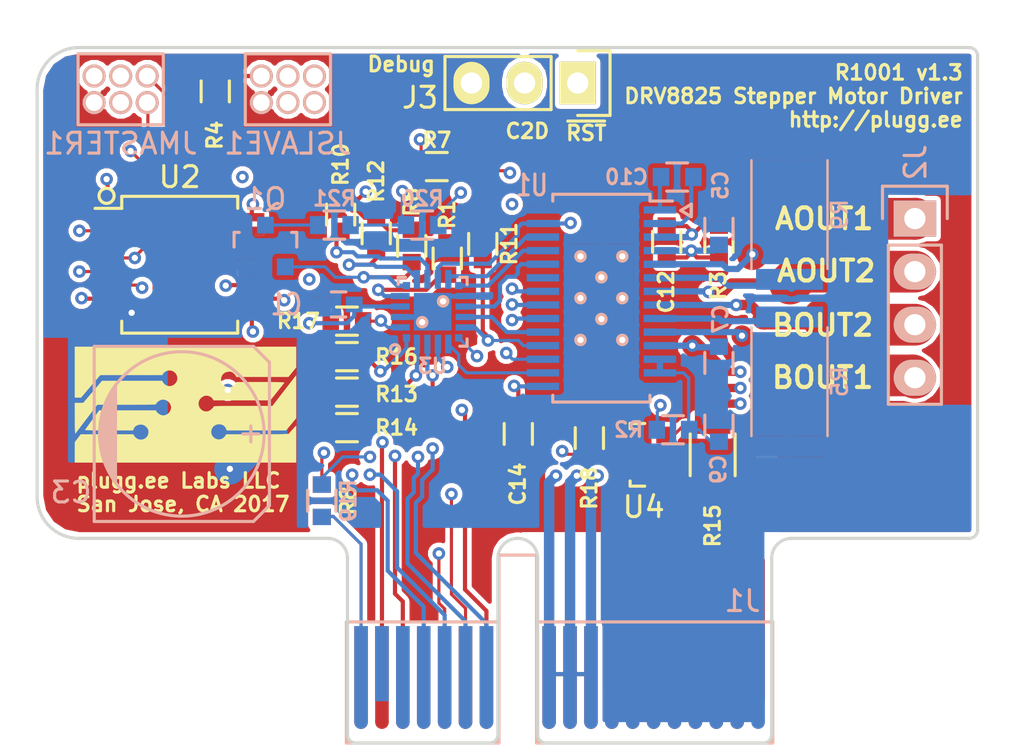
<source format=kicad_pcb>
(kicad_pcb (version 4) (host pcbnew 4.0.6-e0-6349~53~ubuntu14.04.1)
  (layers (0 F.Cu power) (1 In1.Cu signal) (2 In2.Cu signal) (31 B.Cu power) (34 B.Paste user) (35 F.Paste user) (36 B.SilkS user) (37 F.SilkS user hide) (38 B.Mask user) (39 F.Mask user hide) (44 Edge.Cuts user))
  (net 0 "")
  (net 1 GND)
  (net 2 +3V3)
  (net 3 ID2)
  (net 4 ID3)
  (net 5 ID0)
  (net 6 ID1)
  (net 7 HT)
  (net 8 +5V)
  (net 9 SCL)
  (net 10 SDA)
  (net 11 ~MRESET)
  (net 12 /D_VREF)
  (net 13 /D1_CP2)
  (net 14 /D1_CP1)
  (net 15 /D1_VCP)
  (net 16 /D1_V3P3)
  (net 17 /D1_AOUT1)
  (net 18 /D1_AOUT2)
  (net 19 /D1_BOUT2)
  (net 20 /D1_BOUT1)
  (net 21 /MCU_PWMVREF)
  (net 22 /D1_ISENB)
  (net 23 /~D1_HOME)
  (net 24 /D1_ISENA)
  (net 25 /~D1_FAULT)
  (net 26 /~MCU_DRESET)
  (net 27 /MCU_DECAY)
  (net 28 /MCU_MODE0)
  (net 29 /MCU_MODE1)
  (net 30 /MCU_MODE2)
  (net 31 /S_STEP)
  (net 32 /S_~ENBL)
  (net 33 /S_DIR)
  (net 34 /SLAVE_ENABLE)
  (net 35 /DIR)
  (net 36 /~ENBL)
  (net 37 /STEP)
  (net 38 C2D)
  (net 39 RESRVRD0)
  (net 40 PX3_STEP)
  (net 41 PX4)
  (net 42 PX1_DIR)
  (net 43 PX2_~ENBL)
  (net 44 /C2D_CON)
  (net 45 /HT_CON)
  (net 46 /~MRESET_CON)
  (net 47 "Net-(Q1-Pad3)")
  (net 48 /IVDD_SENSE)
  (module Main:SOP65P970X440X120-28NT518X310 (layer B.Cu) (at 152 82 180)
    (fp_text reference U1 (at 3.325 5.4 180) (layer B.SilkS) (effects (font (size 1 0.75)) (justify mirror)))
    (fp_text value DRV8825 hide)
    (pad 1 smd rect (at -2.8 4.225 180) (size 1.55 0.35) (layers B.Cu B.Paste B.Mask) (net 14 /D1_CP1))
    (pad 2 smd rect (at -2.8 3.575 180) (size 1.55 0.35) (layers B.Cu B.Paste B.Mask) (net 13 /D1_CP2))
    (pad 3 smd rect (at -2.8 2.925 180) (size 1.55 0.35) (layers B.Cu B.Paste B.Mask) (net 15 /D1_VCP))
    (pad 4 smd rect (at -2.8 2.275 180) (size 1.55 0.35) (layers B.Cu B.Paste B.Mask) (net 7 HT))
    (pad 5 smd rect (at -2.8 1.625 180) (size 1.55 0.35) (layers B.Cu B.Paste B.Mask) (net 17 /D1_AOUT1))
    (pad 6 smd rect (at -2.8 0.975 180) (size 1.55 0.35) (layers B.Cu B.Paste B.Mask) (net 24 /D1_ISENA))
    (pad 7 smd rect (at -2.8 0.325 180) (size 1.55 0.35) (layers B.Cu B.Paste B.Mask) (net 18 /D1_AOUT2))
    (pad 8 smd rect (at -2.8 -0.325 180) (size 1.55 0.35) (layers B.Cu B.Paste B.Mask) (net 19 /D1_BOUT2))
    (pad 9 smd rect (at -2.8 -0.975 180) (size 1.55 0.35) (layers B.Cu B.Paste B.Mask) (net 22 /D1_ISENB))
    (pad 10 smd rect (at -2.8 -1.625 180) (size 1.55 0.35) (layers B.Cu B.Paste B.Mask) (net 20 /D1_BOUT1))
    (pad 11 smd rect (at -2.8 -2.275 180) (size 1.55 0.35) (layers B.Cu B.Paste B.Mask) (net 7 HT))
    (pad 12 smd rect (at -2.8 -2.925 180) (size 1.55 0.35) (layers B.Cu B.Paste B.Mask) (net 12 /D_VREF))
    (pad 13 smd rect (at -2.8 -3.575 180) (size 1.55 0.35) (layers B.Cu B.Paste B.Mask) (net 12 /D_VREF))
    (pad 14 smd rect (at -2.8 -4.225 180) (size 1.55 0.35) (layers B.Cu B.Paste B.Mask) (net 1 GND))
    (pad 15 smd rect (at 2.8 -4.225 180) (size 1.55 0.35) (layers B.Cu B.Paste B.Mask) (net 16 /D1_V3P3))
    (pad 16 smd rect (at 2.8 -3.575 180) (size 1.55 0.35) (layers B.Cu B.Paste B.Mask) (net 26 /~MCU_DRESET))
    (pad 17 smd rect (at 2.8 -2.925 180) (size 1.55 0.35) (layers B.Cu B.Paste B.Mask) (net 2 +3V3))
    (pad 18 smd rect (at 2.8 -2.275 180) (size 1.55 0.35) (layers B.Cu B.Paste B.Mask) (net 25 /~D1_FAULT))
    (pad 19 smd rect (at 2.8 -1.625 180) (size 1.55 0.35) (layers B.Cu B.Paste B.Mask) (net 27 /MCU_DECAY))
    (pad 20 smd rect (at 2.8 -0.975 180) (size 1.55 0.35) (layers B.Cu B.Paste B.Mask) (net 35 /DIR))
    (pad 21 smd rect (at 2.8 -0.325 180) (size 1.55 0.35) (layers B.Cu B.Paste B.Mask) (net 36 /~ENBL))
    (pad 22 smd rect (at 2.8 0.325 180) (size 1.55 0.35) (layers B.Cu B.Paste B.Mask) (net 37 /STEP))
    (pad 23 smd rect (at 2.8 0.975 180) (size 1.55 0.35) (layers B.Cu B.Paste B.Mask))
    (pad 24 smd rect (at 2.8 1.625 180) (size 1.55 0.35) (layers B.Cu B.Paste B.Mask) (net 28 /MCU_MODE0))
    (pad 25 smd rect (at 2.8 2.275 180) (size 1.55 0.35) (layers B.Cu B.Paste B.Mask) (net 29 /MCU_MODE1))
    (pad 26 smd rect (at 2.8 2.925 180) (size 1.55 0.35) (layers B.Cu B.Paste B.Mask) (net 30 /MCU_MODE2))
    (pad 27 smd rect (at 2.8 3.575 180) (size 1.55 0.35) (layers B.Cu B.Paste B.Mask) (net 23 /~D1_HOME))
    (pad 28 smd rect (at 2.8 4.225 180) (size 1.55 0.35) (layers B.Cu B.Paste B.Mask) (net 1 GND))
    (pad 29 smd rect (at 0 0 180) (size 3.1 5.18) (layers B.Cu B.Paste B.Mask) (net 1 GND))
    (pad 29 thru_hole circle (at 0 -1 180) (size 0.6 0.6) (drill 0.3) (layers *.Cu B.SilkS B.Mask) (net 1 GND))
    (pad 29 thru_hole circle (at 0 1 180) (size 0.6 0.6) (drill 0.3) (layers *.Cu B.SilkS B.Mask) (net 1 GND))
    (pad 29 thru_hole circle (at -1 -2 180) (size 0.6 0.6) (drill 0.3) (layers *.Cu B.SilkS B.Mask) (net 1 GND))
    (pad 29 thru_hole circle (at 1 -2 180) (size 0.6 0.6) (drill 0.3) (layers *.Cu B.SilkS B.Mask) (net 1 GND))
    (pad 29 thru_hole circle (at -1 0 180) (size 0.6 0.6) (drill 0.3) (layers *.Cu B.SilkS B.Mask) (net 1 GND))
    (pad 29 thru_hole circle (at 1 0 180) (size 0.6 0.6) (drill 0.3) (layers *.Cu B.SilkS B.Mask) (net 1 GND))
    (pad 29 thru_hole circle (at -1 2 180) (size 0.6 0.6) (drill 0.3) (layers *.Cu B.SilkS B.Mask) (net 1 GND))
    (pad 29 thru_hole circle (at 1 2 180) (size 0.6 0.6) (drill 0.3) (layers *.Cu B.SilkS B.Mask) (net 1 GND))
  )
  (module Main:PCIEXPRESS-X1 (layer B.Cu) (at 150 100 180)
    (fp_text reference J1 (at -8.75 3.5 180) (layer B.SilkS) (effects (justify mirror)))
    (fp_text value PCIEXPRESS-X1 hide)
    (pad B18 connect circle (at 9.4996 -2.30124 180) (size 0.65024 0.65024) (layers B.Cu B.Mask) (net 44 /C2D_CON))
    (pad B1 connect rect (at -9.4996 0 180) (size 0.65024 4.59994) (layers B.Cu B.Mask) (net 1 GND))
    (pad B2 connect rect (at -8.49884 0 180) (size 0.65024 4.59994) (layers B.Cu B.Mask) (net 1 GND))
    (pad B3 connect rect (at -7.50062 0 180) (size 0.65024 4.59994) (layers B.Cu B.Mask) (net 1 GND))
    (pad B4 connect rect (at -6.49986 0 180) (size 0.65024 4.59994) (layers B.Cu B.Mask) (net 1 GND))
    (pad B5 connect rect (at -5.4991 0 180) (size 0.65024 4.59994) (layers B.Cu B.Mask) (net 1 GND))
    (pad B6 connect rect (at -4.50088 0 180) (size 0.65024 4.59994) (layers B.Cu B.Mask) (net 1 GND))
    (pad B7 connect rect (at -3.50012 0 180) (size 0.65024 4.59994) (layers B.Cu B.Mask) (net 1 GND))
    (pad B8 connect rect (at -2.49936 0 180) (size 0.65024 4.59994) (layers B.Cu B.Mask) (net 1 GND))
    (pad B9 connect rect (at -1.50114 0 180) (size 0.65024 4.59994) (layers B.Cu B.Mask) (net 2 +3V3))
    (pad B10 connect rect (at -0.50038 0 180) (size 0.65024 4.59994) (layers B.Cu B.Mask) (net 2 +3V3))
    (pad B11 connect rect (at 0.50038 0 180) (size 0.65024 4.59994) (layers B.Cu B.Mask) (net 2 +3V3))
    (pad B14 connect rect (at 5.4991 0 180) (size 0.65024 4.59994) (layers B.Cu B.Mask) (net 3 ID2))
    (pad B15 connect rect (at 6.49986 0 180) (size 0.65024 4.59994) (layers B.Cu B.Mask) (net 4 ID3))
    (pad B16 connect rect (at 7.50062 0 180) (size 0.65024 4.59994) (layers B.Cu B.Mask) (net 39 RESRVRD0))
    (pad B17 connect rect (at 8.49884 0.50038 180) (size 0.65024 3.59918) (layers B.Cu B.Mask))
    (pad B18 connect rect (at 9.4996 0 180) (size 0.65024 4.59994) (layers B.Cu B.Mask) (net 44 /C2D_CON))
    (pad B12 connect rect (at 3.50012 0 180) (size 0.65024 4.59994) (layers B.Cu B.Mask) (net 5 ID0))
    (pad B13 connect rect (at 4.50088 0 180) (size 0.65024 4.59994) (layers B.Cu B.Mask) (net 6 ID1))
    (pad A1 connect rect (at -9.4996 0.50038 180) (size 0.65024 3.59918) (layers F.Cu F.Mask) (net 45 /HT_CON))
    (pad A2 connect rect (at -8.49884 0 180) (size 0.65024 4.59994) (layers F.Cu F.Mask) (net 45 /HT_CON))
    (pad A3 connect rect (at -7.50062 0 180) (size 0.65024 4.59994) (layers F.Cu F.Mask) (net 45 /HT_CON))
    (pad A4 connect rect (at -6.49986 0 180) (size 0.65024 4.59994) (layers F.Cu F.Mask) (net 45 /HT_CON))
    (pad A5 connect rect (at -5.4991 0 180) (size 0.65024 4.59994) (layers F.Cu F.Mask) (net 45 /HT_CON))
    (pad A6 connect rect (at -4.50088 0 180) (size 0.65024 4.59994) (layers F.Cu F.Mask) (net 45 /HT_CON))
    (pad A7 connect rect (at -3.50012 0 180) (size 0.65024 4.59994) (layers F.Cu F.Mask) (net 45 /HT_CON))
    (pad A8 connect rect (at -2.49936 0 180) (size 0.65024 4.59994) (layers F.Cu F.Mask) (net 45 /HT_CON))
    (pad A9 connect rect (at -1.50114 0 180) (size 0.65024 4.59994) (layers F.Cu F.Mask) (net 8 +5V))
    (pad A10 connect rect (at -0.50038 0 180) (size 0.65024 4.59994) (layers F.Cu F.Mask) (net 8 +5V))
    (pad A11 connect rect (at 0.50038 0 180) (size 0.65024 4.59994) (layers F.Cu F.Mask) (net 8 +5V))
    (pad A14 connect rect (at 5.4991 0 180) (size 0.65024 4.59994) (layers F.Cu F.Mask) (net 40 PX3_STEP))
    (pad A15 connect rect (at 6.49986 0 180) (size 0.65024 4.59994) (layers F.Cu F.Mask) (net 41 PX4))
    (pad A16 connect rect (at 7.50062 0 180) (size 0.65024 4.59994) (layers F.Cu F.Mask) (net 9 SCL))
    (pad A17 connect rect (at 8.49884 0 180) (size 0.65024 4.59994) (layers F.Cu F.Mask) (net 10 SDA))
    (pad A18 connect rect (at 9.4996 0 180) (size 0.65024 4.59994) (layers F.Cu F.Mask) (net 46 /~MRESET_CON))
    (pad A12 connect rect (at 3.50012 0 180) (size 0.65024 4.59994) (layers F.Cu F.Mask) (net 42 PX1_DIR))
    (pad A13 connect rect (at 4.50088 0 180) (size 0.65024 4.59994) (layers F.Cu F.Mask) (net 43 PX2_~ENBL))
    (pad B3 connect circle (at -7.50062 -2.30124 180) (size 0.65024 0.65024) (layers B.Cu B.Mask) (net 1 GND))
    (pad B4 connect circle (at -6.49986 -2.30124 180) (size 0.65024 0.65024) (layers B.Cu B.Mask) (net 1 GND))
    (pad B5 connect circle (at -5.4991 -2.30124 180) (size 0.65024 0.65024) (layers B.Cu B.Mask) (net 1 GND))
    (pad B6 connect circle (at -4.50088 -2.30124 180) (size 0.65024 0.65024) (layers B.Cu B.Mask) (net 1 GND))
    (pad B7 connect circle (at -3.50012 -2.30124 180) (size 0.65024 0.65024) (layers B.Cu B.Mask) (net 1 GND))
    (pad B8 connect circle (at -2.49936 -2.30124 180) (size 0.65024 0.65024) (layers B.Cu B.Mask) (net 1 GND))
    (pad B9 connect circle (at -1.50114 -2.30124 180) (size 0.65024 0.65024) (layers B.Cu B.Mask) (net 2 +3V3))
    (pad B10 connect circle (at -0.50038 -2.30124 180) (size 0.65024 0.65024) (layers B.Cu B.Mask) (net 2 +3V3))
    (pad B11 connect circle (at 0.50038 -2.30124 180) (size 0.65024 0.65024) (layers B.Cu B.Mask) (net 2 +3V3))
    (pad B1 connect circle (at -9.4996 -2.30124 180) (size 0.65024 0.65024) (layers B.Cu B.Mask) (net 1 GND))
    (pad B12 connect circle (at 3.50012 -2.30124 180) (size 0.65024 0.65024) (layers B.Cu B.Mask) (net 5 ID0))
    (pad B13 connect circle (at 4.50088 -2.30124 180) (size 0.65024 0.65024) (layers B.Cu B.Mask) (net 6 ID1))
    (pad B14 connect circle (at 5.4991 -2.30124 180) (size 0.65024 0.65024) (layers B.Cu B.Mask) (net 3 ID2))
    (pad B15 connect circle (at 6.49986 -2.30124 180) (size 0.65024 0.65024) (layers B.Cu B.Mask) (net 4 ID3))
    (pad B16 connect circle (at 7.50062 -2.30124 180) (size 0.65024 0.65024) (layers B.Cu B.Mask) (net 39 RESRVRD0))
    (pad B2 connect circle (at -8.49884 -2.30124 180) (size 0.65024 0.65024) (layers B.Cu B.Mask) (net 1 GND))
    (pad A4 connect oval (at -6.49986 -2.30124 90) (size 0.65024 0.65024) (layers F.Cu F.Mask) (net 45 /HT_CON))
    (pad A5 connect oval (at -5.4991 -2.30124 90) (size 0.65024 0.65024) (layers F.Cu F.Mask) (net 45 /HT_CON))
    (pad A6 connect oval (at -4.50088 -2.30124 90) (size 0.65024 0.65024) (layers F.Cu F.Mask) (net 45 /HT_CON))
    (pad A7 connect oval (at -3.50012 -2.30124 90) (size 0.65024 0.65024) (layers F.Cu F.Mask) (net 45 /HT_CON))
    (pad A8 connect oval (at -2.49936 -2.30124 90) (size 0.65024 0.65024) (layers F.Cu F.Mask) (net 45 /HT_CON))
    (pad A9 connect oval (at -1.50114 -2.30124 90) (size 0.65024 0.65024) (layers F.Cu F.Mask) (net 8 +5V))
    (pad A10 connect oval (at -0.50038 -2.30124 90) (size 0.65024 0.65024) (layers F.Cu F.Mask) (net 8 +5V))
    (pad A14 connect oval (at 5.4991 -2.30124 90) (size 0.65024 0.65024) (layers F.Cu F.Mask) (net 40 PX3_STEP))
    (pad A15 connect oval (at 6.49986 -2.30124 90) (size 0.65024 0.65024) (layers F.Cu F.Mask) (net 41 PX4))
    (pad A3 connect oval (at -7.50062 -2.30124 90) (size 0.65024 0.65024) (layers F.Cu F.Mask) (net 45 /HT_CON))
    (pad A13 connect oval (at 4.50088 -2.30124 90) (size 0.65024 0.65024) (layers F.Cu F.Mask) (net 43 PX2_~ENBL))
    (pad A16 connect oval (at 7.50062 -2.30124 90) (size 0.65024 0.65024) (layers F.Cu F.Mask) (net 9 SCL))
    (pad A11 connect oval (at 0.50038 -2.30124 90) (size 0.65024 0.65024) (layers F.Cu F.Mask) (net 8 +5V))
    (pad A12 connect oval (at 3.50012 -2.30124 90) (size 0.65024 0.65024) (layers F.Cu F.Mask) (net 42 PX1_DIR))
    (pad A17 connect oval (at 8.49884 -2.30124 90) (size 0.65024 0.65024) (layers F.Cu F.Mask) (net 10 SDA))
    (pad A18 connect oval (at 9.4996 -2.30124 90) (size 0.65024 0.65024) (layers F.Cu F.Mask) (net 46 /~MRESET_CON))
    (pad A2 connect oval (at -8.49884 -2.30124 90) (size 0.65024 0.65024) (layers F.Cu F.Mask) (net 45 /HT_CON))
  )
  (module Capacitors_SMD:C_0603 (layer B.Cu) (at 139.425 82.3 180)
    (fp_text reference C1 (at 2.5 0 180) (layer B.SilkS) (effects (font (size 1 0.75)) (justify mirror)))
    (fp_text value 1uF)
    (pad 1 smd rect (at -0.75 0 180) (size 0.8 0.75) (layers B.Cu B.Paste B.Mask) (net 2 +3V3))
    (pad 2 smd rect (at 0.75 0 180) (size 0.8 0.75) (layers B.Cu B.Paste B.Mask) (net 1 GND))
  )
  (module Main:SOCKET254P-01X04 (layer B.Cu) (at 167 82 270)
    (fp_text reference J2 (at -6.5 -0.025 270) (layer B.SilkS) (effects (justify mirror)))
    (fp_text value CONN_01X04 hide)
    (pad 1 thru_hole rect (at -3.81 0 270) (size 1.7272 2.032) (drill 1.016) (layers *.Cu *.Mask B.SilkS) (net 17 /D1_AOUT1))
    (pad 2 thru_hole oval (at -1.27 0 270) (size 1.7272 2.032) (drill 1.016) (layers *.Cu *.Mask B.SilkS) (net 18 /D1_AOUT2))
    (pad 3 thru_hole oval (at 1.27 0 270) (size 1.7272 2.032) (drill 1.016) (layers *.Cu *.Mask B.SilkS) (net 19 /D1_BOUT2))
    (pad 4 thru_hole oval (at 3.81 0 270) (size 1.7272 2.032) (drill 1.016) (layers *.Cu *.Mask B.SilkS) (net 20 /D1_BOUT1))
  )
  (module Main:QFN50P300X300X75-20NT170X170 (layer B.Cu) (at 143.925 82.65)
    (fp_text reference U3 (at 0 2.6) (layer B.SilkS) (effects (font (size 0.7 0.7)) (justify mirror)))
    (fp_text value EFM8BB10F2G hide)
    (pad 1 smd rect (at -1.25 1.25) (size 0.35 0.35) (layers B.Cu B.Paste B.Mask) (net 10 SDA))
    (pad 2 smd rect (at -1.55 0.75) (size 0.9 0.3) (layers B.Cu B.Paste B.Mask) (net 9 SCL))
    (pad 3 smd rect (at -1.55 0.25) (size 0.9 0.3) (layers B.Cu B.Paste B.Mask) (net 1 GND))
    (pad 4 smd rect (at -1.55 -0.25) (size 0.9 0.3) (layers B.Cu B.Paste B.Mask) (net 2 +3V3))
    (pad 5 smd rect (at -1.55 -0.75) (size 0.9 0.3) (layers B.Cu B.Paste B.Mask) (net 11 ~MRESET))
    (pad 6 smd rect (at -1.25 -1.25) (size 0.35 0.35) (layers B.Cu B.Paste B.Mask) (net 38 C2D))
    (pad 7 smd rect (at -0.75 -1.55) (size 0.3 0.9) (layers B.Cu B.Paste B.Mask) (net 3 ID2))
    (pad 8 smd rect (at -0.25 -1.55) (size 0.3 0.9) (layers B.Cu B.Paste B.Mask) (net 4 ID3))
    (pad 9 smd rect (at 0.25 -1.55) (size 0.3 0.9) (layers B.Cu B.Paste B.Mask) (net 23 /~D1_HOME))
    (pad 10 smd rect (at 0.75 -1.55) (size 0.3 0.9) (layers B.Cu B.Paste B.Mask) (net 30 /MCU_MODE2))
    (pad 11 smd rect (at 1.25 -1.25) (size 0.35 0.35) (layers B.Cu B.Paste B.Mask) (net 29 /MCU_MODE1))
    (pad 12 smd rect (at 1.55 -0.75) (size 0.9 0.3) (layers B.Cu B.Paste B.Mask) (net 1 GND))
    (pad 13 smd rect (at 1.55 -0.25) (size 0.9 0.3) (layers B.Cu B.Paste B.Mask) (net 28 /MCU_MODE0))
    (pad 14 smd rect (at 1.55 0.25) (size 0.9 0.3) (layers B.Cu B.Paste B.Mask) (net 27 /MCU_DECAY))
    (pad 15 smd rect (at 1.55 0.75) (size 0.9 0.3) (layers B.Cu B.Paste B.Mask) (net 25 /~D1_FAULT))
    (pad 16 smd rect (at 1.25 1.25) (size 0.35 0.35) (layers B.Cu B.Paste B.Mask) (net 48 /IVDD_SENSE))
    (pad 17 smd rect (at 0.75 1.55) (size 0.3 0.9) (layers B.Cu B.Paste B.Mask) (net 26 /~MCU_DRESET))
    (pad 18 smd rect (at 0.25 1.55) (size 0.3 0.9) (layers B.Cu B.Paste B.Mask) (net 21 /MCU_PWMVREF))
    (pad 19 smd rect (at -0.25 1.55) (size 0.3 0.9) (layers B.Cu B.Paste B.Mask) (net 5 ID0))
    (pad 20 smd rect (at -0.75 1.55) (size 0.3 0.9) (layers B.Cu B.Paste B.Mask) (net 6 ID1))
    (pad 21 smd rect (at 0 0) (size 1.8 1.8) (layers B.Cu B.Paste B.Mask) (net 1 GND))
    (pad 21 thru_hole circle (at -0.5 0.5) (size 0.6 0.6) (drill 0.3) (layers *.Cu B.SilkS B.Mask) (net 1 GND))
    (pad 21 thru_hole circle (at 0.5 -0.5) (size 0.6 0.6) (drill 0.3) (layers *.Cu B.SilkS B.Mask) (net 1 GND))
  )
  (module Capacitors_SMD:c_elec_8x6.5 (layer B.Cu) (at 131.925 88.5)
    (fp_text reference C3 (at -5.3 2.8) (layer B.SilkS) (effects (justify mirror)))
    (fp_text value 100uF)
    (pad 1 smd rect (at 3.05054 0) (size 4.0005 1.6002) (layers B.Cu B.Paste B.Mask) (net 7 HT))
    (pad 2 smd rect (at -3.05054 0) (size 4.0005 1.6002) (layers B.Cu B.Paste B.Mask) (net 1 GND))
  )
  (module Main:SOCKET127P-02X03 (layer B.Cu) (at 137 72 180)
    (fp_text reference JSLAVE1 (at 0 -2.6 180) (layer B.SilkS) (effects (justify mirror)))
    (fp_text value SOCKMALE_02x03)
    (pad 1 thru_hole circle (at -1.27 -0.635 180) (size 1.1 1.1) (drill 0.8) (layers *.Cu *.Mask B.SilkS) (net 31 /S_STEP))
    (pad 2 thru_hole circle (at -1.27 0.635 180) (size 1.1 1.1) (drill 0.8) (layers *.Cu *.Mask B.SilkS) (net 32 /S_~ENBL))
    (pad 3 thru_hole circle (at 0 -0.635 180) (size 1.1 1.1) (drill 0.8) (layers *.Cu *.Mask B.SilkS) (net 33 /S_DIR))
    (pad 4 thru_hole circle (at 0 0.635 180) (size 1.1 1.1) (drill 0.8) (layers *.Cu *.Mask B.SilkS))
    (pad 5 thru_hole circle (at 1.27 -0.635 180) (size 1.1 1.1) (drill 0.8) (layers *.Cu *.Mask B.SilkS) (net 1 GND))
    (pad 6 thru_hole circle (at 1.27 0.635 180) (size 1.1 1.1) (drill 0.8) (layers *.Cu *.Mask B.SilkS) (net 34 /SLAVE_ENABLE))
  )
  (module Main:SOCKET127P-02X03 (layer B.Cu) (at 129 72 180)
    (fp_text reference JMASTER1 (at 0 -2.6 180) (layer B.SilkS) (effects (justify mirror)))
    (fp_text value SOCKMALE_02x03)
    (pad 1 thru_hole circle (at -1.27 -0.635 180) (size 1.1 1.1) (drill 0.8) (layers *.Cu *.Mask B.SilkS) (net 37 /STEP))
    (pad 2 thru_hole circle (at -1.27 0.635 180) (size 1.1 1.1) (drill 0.8) (layers *.Cu *.Mask B.SilkS) (net 36 /~ENBL))
    (pad 3 thru_hole circle (at 0 -0.635 180) (size 1.1 1.1) (drill 0.8) (layers *.Cu *.Mask B.SilkS) (net 35 /DIR))
    (pad 4 thru_hole circle (at 0 0.635 180) (size 1.1 1.1) (drill 0.8) (layers *.Cu *.Mask B.SilkS))
    (pad 5 thru_hole circle (at 1.27 -0.635 180) (size 1.1 1.1) (drill 0.8) (layers *.Cu *.Mask B.SilkS) (net 1 GND))
    (pad 6 thru_hole circle (at 1.27 0.635 180) (size 1.1 1.1) (drill 0.8) (layers *.Cu *.Mask B.SilkS) (net 2 +3V3))
  )
  (module Main:SOT190P290X130X100-3 (layer B.Cu) (at 135.925 79.5 180)
    (fp_text reference Q1 (at 0 2.25 180) (layer B.SilkS) (effects (justify mirror)))
    (fp_text value Q_NMOS_GSD hide)
    (pad 1 smd rect (at -0.95 -1.00076 180) (size 0.8001 0.8001) (layers B.Cu B.Paste B.Mask) (net 38 C2D))
    (pad 2 smd rect (at 0.95 -1.00076 180) (size 0.8001 0.8001) (layers B.Cu B.Paste B.Mask) (net 1 GND))
    (pad 3 smd rect (at 0 0.99822 180) (size 0.8001 0.8001) (layers B.Cu B.Paste B.Mask) (net 47 "Net-(Q1-Pad3)"))
  )
  (module Main:RESC1206 (layer F.Cu) (at 157.325 89.5 90)
    (fp_text reference R15 (at -3.4 0 90) (layer F.SilkS) (effects (font (size 0.7 0.7))))
    (fp_text value ERJ-8CWFR050V hide)
    (pad 1 smd rect (at -1.45 0 90) (size 0.9 1.7) (layers F.Cu F.Paste F.Mask) (net 45 /HT_CON))
    (pad 2 smd rect (at 1.45 0 90) (size 0.9 1.7) (layers F.Cu F.Paste F.Mask) (net 7 HT))
  )
  (module Main:RESC0603 (layer F.Cu) (at 151.425 88.7 90)
    (fp_text reference R18 (at -2.4 0 90) (layer F.SilkS) (effects (font (size 0.7 0.7))))
    (fp_text value RC0603FR-072K8L)
    (pad 1 smd rect (at -0.7745 0 90) (size 0.787 0.864) (layers F.Cu F.Paste F.Mask) (net 48 /IVDD_SENSE))
    (pad 2 smd rect (at 0.7745 0 90) (size 0.787 0.864) (layers F.Cu F.Paste F.Mask) (net 1 GND))
  )
  (module Main:RESC0603 (layer B.Cu) (at 143.425 78.5 180)
    (fp_text reference R20 (at 0 1.27 180) (layer B.SilkS) (effects (font (size 0.7 0.7)) (justify mirror)))
    (fp_text value RC0603FR-0715KL)
    (pad 1 smd rect (at -0.7745 0 180) (size 0.787 0.864) (layers B.Cu B.Paste B.Mask) (net 2 +3V3))
    (pad 2 smd rect (at 0.7745 0 180) (size 0.787 0.864) (layers B.Cu B.Paste B.Mask) (net 25 /~D1_FAULT))
  )
  (module Main:RESC0603 (layer B.Cu) (at 139.225 78.5 180)
    (fp_text reference R21 (at 0 1.27 180) (layer B.SilkS) (effects (font (size 0.7 0.7)) (justify mirror)))
    (fp_text value RC0603FR-0710KL)
    (pad 1 smd rect (at -0.7745 0 180) (size 0.787 0.864) (layers B.Cu B.Paste B.Mask) (net 25 /~D1_FAULT))
    (pad 2 smd rect (at 0.7745 0 180) (size 0.787 0.864) (layers B.Cu B.Paste B.Mask) (net 47 "Net-(Q1-Pad3)"))
  )
  (module Main:SOT190P290X130X100-3 (layer F.Cu) (at 154.025 89.5 90)
    (fp_text reference U4 (at -2.5 0 180) (layer F.SilkS))
    (fp_text value ZXCT1107 hide)
    (pad 1 smd rect (at -0.95 1.00076 90) (size 0.8001 0.8001) (layers F.Cu F.Paste F.Mask) (net 45 /HT_CON))
    (pad 2 smd rect (at 0.95 1.00076 90) (size 0.8001 0.8001) (layers F.Cu F.Paste F.Mask) (net 7 HT))
    (pad 3 smd rect (at 0 -0.99822 90) (size 0.8001 0.8001) (layers F.Cu F.Paste F.Mask) (net 48 /IVDD_SENSE))
  )
  (module Main:SOCKET254P-01X03 (layer F.Cu) (at 148.325 71.7 180)
    (fp_text reference J3 (at 5 -0.7 180) (layer F.SilkS))
    (fp_text value CONN_01X03 hide)
    (pad 1 thru_hole rect (at -2.54 0 180) (size 1.7272 2.032) (drill 1.016) (layers *.Cu *.Mask F.SilkS) (net 11 ~MRESET))
    (pad 2 thru_hole oval (at 0 0 180) (size 1.7272 2.032) (drill 1.016) (layers *.Cu *.Mask F.SilkS) (net 38 C2D))
    (pad 3 thru_hole oval (at 2.54 0 180) (size 1.7272 2.032) (drill 1.016) (layers *.Cu *.Mask F.SilkS) (net 1 GND))
  )
  (module Main:CAPC0603 (layer B.Cu) (at 157.625 78.675 90)
    (fp_text reference C5 (at 2.075 0.075 90) (layer B.SilkS) (effects (font (size 0.7 0.7)) (justify mirror)))
    (fp_text value CC0603KRX7R9BB104)
    (pad 1 smd rect (at -0.7745 0 90) (size 0.787 0.864) (layers B.Cu B.Paste B.Mask) (net 7 HT))
    (pad 2 smd rect (at 0.7745 0 90) (size 0.787 0.864) (layers B.Cu B.Paste B.Mask) (net 1 GND))
  )
  (module Main:CAPC0603 (layer B.Cu) (at 157.625 85.1 270)
    (fp_text reference C7 (at -2.1 -0.075 270) (layer B.SilkS) (effects (font (size 0.7 0.7)) (justify mirror)))
    (fp_text value CC0603KRX7R9BB104)
    (pad 1 smd rect (at -0.7745 0 270) (size 0.787 0.864) (layers B.Cu B.Paste B.Mask) (net 7 HT))
    (pad 2 smd rect (at 0.7745 0 270) (size 0.787 0.864) (layers B.Cu B.Paste B.Mask) (net 1 GND))
  )
  (module Main:CAPC0603 (layer B.Cu) (at 157.625 88.1 90)
    (fp_text reference C9 (at -2.1 -0.025 90) (layer B.SilkS) (effects (font (size 0.7 0.7)) (justify mirror)))
    (fp_text value CC0603KRX5R6BB105)
    (pad 1 smd rect (at -0.7745 0 90) (size 0.787 0.864) (layers B.Cu B.Paste B.Mask) (net 12 /D_VREF))
    (pad 2 smd rect (at 0.7745 0 90) (size 0.787 0.864) (layers B.Cu B.Paste B.Mask) (net 1 GND))
  )
  (module Main:CAPC0603 (layer B.Cu) (at 155.625 76.2 180)
    (fp_text reference C10 (at 2.425 0 180) (layer B.SilkS) (effects (font (size 0.7 0.7)) (justify mirror)))
    (fp_text value CC0603KRX7R9BB103)
    (pad 1 smd rect (at -0.7745 0 180) (size 0.787 0.864) (layers B.Cu B.Paste B.Mask) (net 13 /D1_CP2))
    (pad 2 smd rect (at 0.7745 0 180) (size 0.787 0.864) (layers B.Cu B.Paste B.Mask) (net 14 /D1_CP1))
  )
  (module Main:CAPC0603 (layer F.Cu) (at 155.125 79.3 90)
    (fp_text reference C12 (at -2.4 -0.025 90) (layer F.SilkS) (effects (font (size 0.7 0.7))))
    (fp_text value CC0603KRX7R9BB104)
    (pad 1 smd rect (at -0.7745 0 90) (size 0.787 0.864) (layers F.Cu F.Paste F.Mask) (net 7 HT))
    (pad 2 smd rect (at 0.7745 0 90) (size 0.787 0.864) (layers F.Cu F.Paste F.Mask) (net 15 /D1_VCP))
  )
  (module Main:CAPC0603 (layer F.Cu) (at 148.025 88.5 270)
    (fp_text reference C14 (at 2.4 0.025 270) (layer F.SilkS) (effects (font (size 0.7 0.7))))
    (fp_text value CC0603KRX5R6BB105)
    (pad 1 smd rect (at -0.7745 0 270) (size 0.787 0.864) (layers F.Cu F.Paste F.Mask) (net 16 /D1_V3P3))
    (pad 2 smd rect (at 0.7745 0 270) (size 0.787 0.864) (layers F.Cu F.Paste F.Mask) (net 1 GND))
  )
  (module Main:RESC0603 (layer F.Cu) (at 144.625 80.1 270)
    (fp_text reference R1 (at -2.1 0 270) (layer F.SilkS) (effects (font (size 0.7 0.7))))
    (fp_text value RC0603FR-0710KL)
    (pad 1 smd rect (at -0.7745 0 270) (size 0.787 0.864) (layers F.Cu F.Paste F.Mask) (net 2 +3V3))
    (pad 2 smd rect (at 0.7745 0 270) (size 0.787 0.864) (layers F.Cu F.Paste F.Mask) (net 11 ~MRESET))
  )
  (module Main:RESC0603 (layer B.Cu) (at 155.425 88.3 180)
    (fp_text reference R2 (at 2.125 0 180) (layer B.SilkS) (effects (font (size 0.7 0.7)) (justify mirror)))
    (fp_text value RC0603FR-0710KL)
    (pad 1 smd rect (at -0.7745 0 180) (size 0.787 0.864) (layers B.Cu B.Paste B.Mask) (net 12 /D_VREF))
    (pad 2 smd rect (at 0.7745 0 180) (size 0.787 0.864) (layers B.Cu B.Paste B.Mask) (net 21 /MCU_PWMVREF))
  )
  (module Main:RESC0603 (layer F.Cu) (at 157.625 79.3 90)
    (fp_text reference R3 (at -2.1 -0.025 90) (layer F.SilkS) (effects (font (size 0.7 0.7))))
    (fp_text value RC0603FR-071ML)
    (pad 1 smd rect (at -0.7745 0 90) (size 0.787 0.864) (layers F.Cu F.Paste F.Mask) (net 7 HT))
    (pad 2 smd rect (at 0.7745 0 90) (size 0.787 0.864) (layers F.Cu F.Paste F.Mask) (net 15 /D1_VCP))
  )
  (module Main:RESC0603 (layer F.Cu) (at 133.525 72.1 270)
    (fp_text reference R4 (at 2.1 0.025 270) (layer F.SilkS) (effects (font (size 0.7 0.7))))
    (fp_text value RC0603FR-0710KL)
    (pad 1 smd rect (at -0.7745 0 270) (size 0.787 0.864) (layers F.Cu F.Paste F.Mask) (net 34 /SLAVE_ENABLE))
    (pad 2 smd rect (at 0.7745 0 270) (size 0.787 0.864) (layers F.Cu F.Paste F.Mask) (net 1 GND))
  )
  (module Main:RESC2512 (layer B.Cu) (at 161 86 270)
    (fp_text reference R5 (at 0 -2.4 270) (layer B.SilkS) (effects (font (size 0.75 0.75) (thickness 0.13)) (justify mirror)))
    (fp_text value RHC2512FTR250 hide)
    (pad 1 smd rect (at -3.1 0 270) (size 1 3.2) (layers B.Cu B.Paste B.Mask) (net 22 /D1_ISENB))
    (pad 2 smd rect (at 3.1 0 270) (size 1 3.2) (layers B.Cu B.Paste B.Mask) (net 1 GND))
  )
  (module Main:RESC0603 (layer F.Cu) (at 142.925 79.5 270)
    (fp_text reference R6 (at -2.1 0 270) (layer F.SilkS) (effects (font (size 0.7 0.7))))
    (fp_text value RC0603FR-0710KL)
    (pad 1 smd rect (at -0.7745 0 270) (size 0.787 0.864) (layers F.Cu F.Paste F.Mask) (net 2 +3V3))
    (pad 2 smd rect (at 0.7745 0 270) (size 0.787 0.864) (layers F.Cu F.Paste F.Mask) (net 38 C2D))
  )
  (module Main:RESC0603 (layer F.Cu) (at 144.125 75.7)
    (fp_text reference R7 (at 0 -1.27) (layer F.SilkS) (effects (font (size 0.7 0.7))))
    (fp_text value RC0603FR-0710KL)
    (pad 1 smd rect (at -0.7745 0) (size 0.787 0.864) (layers F.Cu F.Paste F.Mask) (net 2 +3V3))
    (pad 2 smd rect (at 0.7745 0) (size 0.787 0.864) (layers F.Cu F.Paste F.Mask) (net 23 /~D1_HOME))
  )
  (module Main:RESC0603 (layer F.Cu) (at 138.625 91.7 270)
    (fp_text reference R8 (at 0 -1.27 270) (layer F.SilkS) (effects (font (size 0.7 0.7))))
    (fp_text value RC0603FR-071KL)
    (pad 1 smd rect (at -0.7745 0 270) (size 0.787 0.864) (layers F.Cu F.Paste F.Mask) (net 11 ~MRESET))
    (pad 2 smd rect (at 0.7745 0 270) (size 0.787 0.864) (layers F.Cu F.Paste F.Mask) (net 46 /~MRESET_CON))
  )
  (module Main:RESC2512 (layer B.Cu) (at 161 78 90)
    (fp_text reference R9 (at 0 2.4 90) (layer B.SilkS) (effects (font (size 0.75 0.75) (thickness 0.13)) (justify mirror)))
    (fp_text value RHC2512FTR250 hide)
    (pad 1 smd rect (at -3.1 0 90) (size 1 3.2) (layers B.Cu B.Paste B.Mask) (net 24 /D1_ISENA))
    (pad 2 smd rect (at 3.1 0 90) (size 1 3.2) (layers B.Cu B.Paste B.Mask) (net 1 GND))
  )
  (module Main:RESC0603 (layer F.Cu) (at 139.525 78 270)
    (fp_text reference R10 (at -2.4 0 270) (layer F.SilkS) (effects (font (size 0.7 0.7))))
    (fp_text value RC0603FR-0710KL)
    (pad 1 smd rect (at -0.7745 0 270) (size 0.787 0.864) (layers F.Cu F.Paste F.Mask) (net 2 +3V3))
    (pad 2 smd rect (at 0.7745 0 270) (size 0.787 0.864) (layers F.Cu F.Paste F.Mask) (net 4 ID3))
  )
  (module Main:RESC0603 (layer F.Cu) (at 146.325 79.4 270)
    (fp_text reference R11 (at 0 -1.27 270) (layer F.SilkS) (effects (font (size 0.7 0.7))))
    (fp_text value RC0603FR-0710KL)
    (pad 1 smd rect (at -0.7745 0 270) (size 0.787 0.864) (layers F.Cu F.Paste F.Mask) (net 2 +3V3))
    (pad 2 smd rect (at 0.7745 0 270) (size 0.787 0.864) (layers F.Cu F.Paste F.Mask) (net 25 /~D1_FAULT))
  )
  (module Main:RESC0603 (layer F.Cu) (at 141.225 78.9 270)
    (fp_text reference R12 (at -2.5 0 270) (layer F.SilkS) (effects (font (size 0.7 0.7))))
    (fp_text value RC0603FR-0710KL)
    (pad 1 smd rect (at -0.7745 0 270) (size 0.787 0.864) (layers F.Cu F.Paste F.Mask) (net 2 +3V3))
    (pad 2 smd rect (at 0.7745 0 270) (size 0.787 0.864) (layers F.Cu F.Paste F.Mask) (net 3 ID2))
  )
  (module Main:RESC0603 (layer F.Cu) (at 139.825 86.5)
    (fp_text reference R13 (at 2.375 0.1) (layer F.SilkS) (effects (font (size 0.7 0.7))))
    (fp_text value RC0603FR-0710KL)
    (pad 1 smd rect (at -0.7745 0) (size 0.787 0.864) (layers F.Cu F.Paste F.Mask) (net 2 +3V3))
    (pad 2 smd rect (at 0.7745 0) (size 0.787 0.864) (layers F.Cu F.Paste F.Mask) (net 6 ID1))
  )
  (module Main:RESC0603 (layer F.Cu) (at 139.825 88.2)
    (fp_text reference R14 (at 2.375 0) (layer F.SilkS) (effects (font (size 0.7 0.7))))
    (fp_text value RC0603FR-0710KL)
    (pad 1 smd rect (at -0.7745 0) (size 0.787 0.864) (layers F.Cu F.Paste F.Mask) (net 2 +3V3))
    (pad 2 smd rect (at 0.7745 0) (size 0.787 0.864) (layers F.Cu F.Paste F.Mask) (net 5 ID0))
  )
  (module Main:RESC0603 (layer F.Cu) (at 139.825 84.8)
    (fp_text reference R16 (at 2.375 0) (layer F.SilkS) (effects (font (size 0.7 0.7))))
    (fp_text value RC0603FR-0710KL)
    (pad 1 smd rect (at -0.7745 0) (size 0.787 0.864) (layers F.Cu F.Paste F.Mask) (net 2 +3V3))
    (pad 2 smd rect (at 0.7745 0) (size 0.787 0.864) (layers F.Cu F.Paste F.Mask) (net 10 SDA))
  )
  (module Main:RESC0603 (layer F.Cu) (at 139.825 83.1)
    (fp_text reference R17 (at -2.325 0) (layer F.SilkS) (effects (font (size 0.7 0.7))))
    (fp_text value RC0603FR-0710KL)
    (pad 1 smd rect (at -0.7745 0) (size 0.787 0.864) (layers F.Cu F.Paste F.Mask) (net 2 +3V3))
    (pad 2 smd rect (at 0.7745 0) (size 0.787 0.864) (layers F.Cu F.Paste F.Mask) (net 9 SCL))
  )
  (module Main:RESC0603 (layer B.Cu) (at 138.625 91.7 90)
    (fp_text reference R19 (at 0 1.27 90) (layer B.SilkS) (effects (font (size 0.7 0.7)) (justify mirror)))
    (fp_text value RC0603FR-071KL)
    (pad 1 smd rect (at -0.7745 0 90) (size 0.787 0.864) (layers B.Cu B.Paste B.Mask) (net 44 /C2D_CON))
    (pad 2 smd rect (at 0.7745 0 90) (size 0.787 0.864) (layers B.Cu B.Paste B.Mask) (net 38 C2D))
  )
  (module Main:SOP65P620X530X200-16 (layer F.Cu) (at 131.825 80.4)
    (fp_text reference U2 (at 0 -4.2) (layer F.SilkS))
    (fp_text value 74LS157 hide)
    (pad 1 smd rect (at -3.45 -2.275) (size 1.2 0.4) (layers F.Cu F.Paste F.Mask) (net 34 /SLAVE_ENABLE))
    (pad 2 smd rect (at -3.45 -1.625) (size 1.2 0.4) (layers F.Cu F.Paste F.Mask) (net 40 PX3_STEP))
    (pad 3 smd rect (at -3.45 -0.975) (size 1.2 0.4) (layers F.Cu F.Paste F.Mask) (net 31 /S_STEP))
    (pad 4 smd rect (at -3.45 -0.325) (size 1.2 0.4) (layers F.Cu F.Paste F.Mask) (net 37 /STEP))
    (pad 5 smd rect (at -3.45 0.325) (size 1.2 0.4) (layers F.Cu F.Paste F.Mask) (net 43 PX2_~ENBL))
    (pad 6 smd rect (at -3.45 0.975) (size 1.2 0.4) (layers F.Cu F.Paste F.Mask) (net 32 /S_~ENBL))
    (pad 7 smd rect (at -3.45 1.625) (size 1.2 0.4) (layers F.Cu F.Paste F.Mask) (net 36 /~ENBL))
    (pad 8 smd rect (at -3.45 2.275) (size 1.2 0.4) (layers F.Cu F.Paste F.Mask) (net 1 GND))
    (pad 9 smd rect (at 3.45 2.275) (size 1.2 0.4) (layers F.Cu F.Paste F.Mask) (net 35 /DIR))
    (pad 10 smd rect (at 3.45 1.625) (size 1.2 0.4) (layers F.Cu F.Paste F.Mask) (net 33 /S_DIR))
    (pad 11 smd rect (at 3.45 0.975) (size 1.2 0.4) (layers F.Cu F.Paste F.Mask) (net 42 PX1_DIR))
    (pad 12 smd rect (at 3.45 0.325) (size 1.2 0.4) (layers F.Cu F.Paste F.Mask))
    (pad 13 smd rect (at 3.45 -0.325) (size 1.2 0.4) (layers F.Cu F.Paste F.Mask) (net 1 GND))
    (pad 14 smd rect (at 3.45 -0.975) (size 1.2 0.4) (layers F.Cu F.Paste F.Mask) (net 1 GND))
    (pad 15 smd rect (at 3.45 -1.625) (size 1.2 0.4) (layers F.Cu F.Paste F.Mask) (net 1 GND))
    (pad 16 smd rect (at 3.45 -2.275) (size 1.2 0.4) (layers F.Cu F.Paste F.Mask) (net 2 +3V3))
  )
  (module pluggee:pluggeeLabsIcon-11x6 (layer F.Cu) (at 132.1 87.1)
    (fp_text reference A1 hide)
    (fp_text value ART hide)
  )
  (gr_text ~RST (at 150.225 74.1) (layer F.SilkS) (effects (font (size 0.7 0.7)) (justify left)))
  (gr_text C2D (at 147.325 74) (layer F.SilkS) (effects (font (size 0.7 0.7)) (justify left)))
  (gr_text Debug (at 140.725 70.8) (layer F.SilkS) (effects (font (size 0.7 0.7)) (justify left)))
  (gr_text BOUT1 (at 165.125 85.8) (layer F.SilkS) (effects (font (size 1 1) (thickness 0.2)) (justify right)))
  (gr_text BOUT2 (at 165.125 83.3) (layer F.SilkS) (effects (font (size 1 1) (thickness 0.2)) (justify right)))
  (gr_text AOUT2 (at 165.225 80.7) (layer F.SilkS) (effects (font (size 1 1) (thickness 0.2)) (justify right)))
  (gr_text AOUT1 (at 165.125 78.2) (layer F.SilkS) (effects (font (size 1 1) (thickness 0.2)) (justify right)))
  (gr_text "plugg.ee Labs LLC\nSan Jose, CA 2017" (at 126.8 91.3) (layer F.SilkS) (effects (font (size 0.7 0.7)) (justify left)))
  (gr_text "R1001 v1.3\nDRV8825 Stepper Motor Driver\nhttp://plugg.ee" (at 169.375 72.325) (layer F.SilkS) (effects (font (size 0.7 0.7)) (justify right)))
  (gr_arc (start 169.6 70.4) (end 170 70.4) (angle -90) (layer Edge.Cuts) (width 0.15))
  (gr_arc (start 169.6 93.1) (end 169.6 93.5) (angle -90) (layer Edge.Cuts) (width 0.15))
  (gr_arc (start 159.75 102.9) (end 160.15 102.9) (angle 90) (layer Edge.Cuts) (width 0.15))
  (gr_arc (start 149.35 102.9) (end 148.95 102.9) (angle -90) (layer Edge.Cuts) (width 0.15))
  (gr_arc (start 146.65 102.9) (end 147.05 102.9) (angle 90) (layer Edge.Cuts) (width 0.15))
  (gr_arc (start 140.25 102.9) (end 139.85 102.9) (angle -90) (layer Edge.Cuts) (width 0.15))
  (gr_line (start 170 70.4) (end 170 93.1) (angle 90) (layer Edge.Cuts) (width 0.15))
  (gr_line (start 169.6 93.5) (end 161.1 93.5) (angle 90) (layer Edge.Cuts) (width 0.15))
  (gr_arc (start 161.1 94.45) (end 160.15 94.45) (angle 90) (layer Edge.Cuts) (width 0.15))
  (gr_line (start 125 91.5) (end 125 72) (angle 90) (layer Edge.Cuts) (width 0.15))
  (gr_arc (start 127 91.5) (end 127 93.5) (angle 90) (layer Edge.Cuts) (width 0.15))
  (gr_line (start 138.9 93.5) (end 127 93.5) (angle 90) (layer Edge.Cuts) (width 0.15))
  (gr_arc (start 138.9 94.45) (end 139.85 94.45) (angle -90) (layer Edge.Cuts) (width 0.15))
  (gr_arc (start 127 72) (end 125 72) (angle 90) (layer Edge.Cuts) (width 0.15))
  (gr_line (start 169.6 70) (end 127 70) (angle 90) (layer Edge.Cuts) (width 0.15))
  (gr_line (start 160.15 102.9) (end 160.15 94.45) (angle 90) (layer Edge.Cuts) (width 0.15))
  (gr_line (start 149.35 103.3) (end 159.75 103.3) (angle 90) (layer Edge.Cuts) (width 0.15))
  (gr_line (start 139.85 102.9) (end 139.85 94.45) (angle 90) (layer Edge.Cuts) (width 0.15))
  (gr_line (start 146.65 103.3) (end 140.25 103.3) (angle 90) (layer Edge.Cuts) (width 0.15))
  (gr_arc (start 148 94.45) (end 147.05 94.45) (angle 180) (layer Edge.Cuts) (width 0.15))
  (gr_line (start 148.95 94.45) (end 148.95 102.9) (angle 90) (layer Edge.Cuts) (width 0.15))
  (gr_line (start 147.05 94.45) (end 147.05 102.9) (angle 90) (layer Edge.Cuts) (width 0.15))
  (segment (start 142.375 82.9) (end 143.675 82.9) (width 0.15) (layer B.Cu) (net 1))
  (segment (start 143.675 82.9) (end 143.925 82.65) (width 0.15) (layer B.Cu) (net 1))
  (segment (start 128.87446 88.5) (end 128.87446 88.44946) (width 1) (layer B.Cu) (net 1))
  (segment (start 128.87446 88.44946) (end 128.125 87.7) (width 1) (layer B.Cu) (net 1))
  (segment (start 128.125 87.7) (end 128.125 84.7) (width 1) (layer B.Cu) (net 1))
  (segment (start 128.125 84.7) (end 129.525 83.3) (width 1.5) (layer B.Cu) (net 1))
  (segment (start 129.525 83.3) (end 129.525 82.7) (width 1.5) (layer B.Cu) (net 1))
  (segment (start 128.375 82.675) (end 129.5 82.675) (width 0.2) (layer F.Cu) (net 1))
  (via (at 129.525 82.7) (size 0.6) (drill 0.3) (layers F.Cu B.Cu) (net 1))
  (segment (start 129.5 82.675) (end 129.525 82.7) (width 0.2) (layer F.Cu) (net 1))
  (segment (start 145.475 81.9) (end 144.675 81.9) (width 0.2) (layer B.Cu) (net 1))
  (segment (start 144.675 81.9) (end 143.925 82.65) (width 0.2) (layer B.Cu) (net 1))
  (segment (start 159.4996 102.30124) (end 159.4996 100) (width 0.15) (layer B.Cu) (net 1))
  (segment (start 158.49884 102.30124) (end 158.49884 100) (width 0.15) (layer B.Cu) (net 1))
  (segment (start 157.50062 102.30124) (end 157.50062 100) (width 0.15) (layer B.Cu) (net 1))
  (segment (start 156.49986 102.30124) (end 156.49986 100) (width 0.15) (layer B.Cu) (net 1))
  (segment (start 155.4991 102.30124) (end 155.4991 100) (width 0.15) (layer B.Cu) (net 1))
  (segment (start 154.50088 102.30124) (end 154.50088 100) (width 0.15) (layer B.Cu) (net 1))
  (segment (start 153.50012 102.30124) (end 153.50012 100) (width 0.15) (layer B.Cu) (net 1))
  (segment (start 152.49936 102.30124) (end 152.49936 100) (width 0.15) (layer B.Cu) (net 1))
  (segment (start 144.1995 78.5) (end 144.1995 78.0255) (width 0.15) (layer B.Cu) (net 2))
  (via (at 145.275 76.95) (size 0.6) (drill 0.3) (layers F.Cu B.Cu) (net 2))
  (segment (start 144.1995 78.0255) (end 145.275 76.95) (width 0.15) (layer B.Cu) (net 2))
  (segment (start 143.375 75.7) (end 143.375 74.45) (width 0.15) (layer F.Cu) (net 2))
  (via (at 143.325 74.4) (size 0.6) (drill 0.3) (layers F.Cu B.Cu) (net 2))
  (segment (start 143.375 74.45) (end 143.325 74.4) (width 0.15) (layer F.Cu) (net 2))
  (segment (start 149.2 84.925) (end 147.75 84.925) (width 0.15) (layer B.Cu) (net 2))
  (via (at 147.45 84.625) (size 0.6) (drill 0.3) (layers F.Cu B.Cu) (net 2))
  (segment (start 147.75 84.925) (end 147.45 84.625) (width 0.15) (layer B.Cu) (net 2))
  (segment (start 135.275 77.55) (end 135.325 77.5) (width 0.2) (layer F.Cu) (net 2))
  (via (at 135.325 77.5) (size 0.6) (drill 0.3) (layers F.Cu B.Cu) (net 2))
  (segment (start 135.275 78.125) (end 135.275 77.55) (width 0.2) (layer F.Cu) (net 2))
  (segment (start 140.375 77.25) (end 140.725 76.9) (width 0.2) (layer F.Cu) (net 2))
  (via (at 140.725 76.9) (size 0.6) (drill 0.3) (layers F.Cu B.Cu) (net 2))
  (segment (start 140.375 77.25) (end 139.525 77.25) (width 0.2) (layer F.Cu) (net 2))
  (segment (start 140.175 82.3) (end 140.175 82.85) (width 0.2) (layer B.Cu) (net 2))
  (via (at 138.025 83.2) (size 0.6) (drill 0.3) (layers F.Cu B.Cu) (net 2))
  (segment (start 138.025 83.2) (end 138.975 83.2) (width 0.2) (layer F.Cu) (net 2))
  (segment (start 139.825 83.2) (end 138.025 83.2) (width 0.2) (layer B.Cu) (net 2))
  (segment (start 140.175 82.85) (end 139.825 83.2) (width 0.2) (layer B.Cu) (net 2))
  (segment (start 139.075 88.2) (end 139.075 86.5) (width 0.2) (layer F.Cu) (net 2))
  (segment (start 139.075 86.5) (end 139.075 84.8) (width 0.2) (layer F.Cu) (net 2))
  (segment (start 139.075 84.8) (end 139.075 83.1) (width 0.2) (layer F.Cu) (net 2))
  (segment (start 139.075 83.1) (end 138.975 83.2) (width 0.2) (layer F.Cu) (net 2))
  (segment (start 141.225 78.15) (end 140.675 78.15) (width 0.2) (layer F.Cu) (net 2))
  (segment (start 140.075 77.8) (end 139.525 77.25) (width 0.2) (layer F.Cu) (net 2))
  (segment (start 140.325 77.8) (end 140.075 77.8) (width 0.2) (layer F.Cu) (net 2))
  (segment (start 140.675 78.15) (end 140.325 77.8) (width 0.2) (layer F.Cu) (net 2))
  (segment (start 142.925 78.75) (end 141.825 78.75) (width 0.2) (layer F.Cu) (net 2))
  (segment (start 141.825 78.75) (end 141.225 78.15) (width 0.2) (layer F.Cu) (net 2))
  (segment (start 144.625 79.35) (end 143.525 79.35) (width 0.2) (layer F.Cu) (net 2))
  (segment (start 143.525 79.35) (end 142.925 78.75) (width 0.2) (layer F.Cu) (net 2))
  (segment (start 146.325 78.65) (end 145.775 78.65) (width 0.2) (layer F.Cu) (net 2))
  (segment (start 145.325 79.1) (end 144.875 79.1) (width 0.2) (layer F.Cu) (net 2))
  (segment (start 145.775 78.65) (end 145.325 79.1) (width 0.2) (layer F.Cu) (net 2))
  (segment (start 144.875 79.1) (end 144.625 79.35) (width 0.2) (layer F.Cu) (net 2))
  (segment (start 151.50114 100) (end 151.50114 90.82386) (width 0.5) (layer B.Cu) (net 2))
  (via (at 151.825 90.5) (size 0.6) (drill 0.3) (layers F.Cu B.Cu) (net 2))
  (segment (start 151.50114 90.82386) (end 151.825 90.5) (width 0.5) (layer B.Cu) (net 2))
  (segment (start 150.50038 100) (end 150.50038 90.82462) (width 0.5) (layer B.Cu) (net 2))
  (via (at 150.825 90.5) (size 0.6) (drill 0.3) (layers F.Cu B.Cu) (net 2))
  (segment (start 150.50038 90.82462) (end 150.825 90.5) (width 0.5) (layer B.Cu) (net 2))
  (segment (start 149.49962 100) (end 149.49962 90.82538) (width 0.5) (layer B.Cu) (net 2))
  (via (at 149.825 90.5) (size 0.6) (drill 0.3) (layers F.Cu B.Cu) (net 2))
  (segment (start 149.49962 90.82538) (end 149.825 90.5) (width 0.5) (layer B.Cu) (net 2))
  (segment (start 142.375 82.4) (end 140.275 82.4) (width 0.2) (layer B.Cu) (net 2))
  (segment (start 140.275 82.4) (end 140.175 82.3) (width 0.2) (layer B.Cu) (net 2))
  (segment (start 149.49962 100) (end 150.50038 100) (width 0.2) (layer B.Cu) (net 2))
  (segment (start 150.50038 100) (end 151.50114 100) (width 0.2) (layer B.Cu) (net 2))
  (segment (start 151.50114 102.30124) (end 151.50114 100) (width 0.15) (layer B.Cu) (net 2))
  (segment (start 150.50038 102.30124) (end 150.50038 100) (width 0.15) (layer B.Cu) (net 2))
  (segment (start 149.49962 102.30124) (end 149.49962 100) (width 0.15) (layer B.Cu) (net 2))
  (segment (start 144.5009 100) (end 144.5009 97.1759) (width 0.2) (layer B.Cu) (net 3))
  (via (at 140.925 90.45) (size 0.6) (drill 0.3) (layers F.Cu B.Cu) (net 3))
  (segment (start 141.425 90.45) (end 140.925 90.45) (width 0.2) (layer B.Cu) (net 3))
  (segment (start 142.225 91.25) (end 141.425 90.45) (width 0.2) (layer B.Cu) (net 3))
  (segment (start 142.225 94.9) (end 142.225 91.25) (width 0.2) (layer B.Cu) (net 3))
  (segment (start 144.5009 97.1759) (end 142.225 94.9) (width 0.2) (layer B.Cu) (net 3))
  (segment (start 144.5009 102.30124) (end 144.5009 100) (width 0.15) (layer B.Cu) (net 3))
  (segment (start 143.175 81.05) (end 142.625 80.5) (width 0.2) (layer B.Cu) (net 3))
  (segment (start 141.125 80.4) (end 139.925 80.4) (width 0.2) (layer B.Cu) (net 3))
  (segment (start 141.225 80.5) (end 141.125 80.4) (width 0.2) (layer B.Cu) (net 3))
  (segment (start 142.625 80.5) (end 141.225 80.5) (width 0.2) (layer B.Cu) (net 3))
  (segment (start 143.175 81.1) (end 143.175 81.05) (width 0.2) (layer B.Cu) (net 3))
  (via (at 139.925 80.4) (size 0.6) (drill 0.3) (layers F.Cu B.Cu) (net 3))
  (segment (start 139.925 80.4) (end 140.925 80.4) (width 0.2) (layer F.Cu) (net 3))
  (segment (start 141.225 80.1) (end 141.225 79.65) (width 0.2) (layer F.Cu) (net 3))
  (segment (start 140.925 80.4) (end 141.225 80.1) (width 0.2) (layer F.Cu) (net 3))
  (segment (start 143.50014 100) (end 143.50014 96.77514) (width 0.2) (layer B.Cu) (net 4))
  (via (at 140.075 90.45) (size 0.6) (drill 0.3) (layers F.Cu B.Cu) (net 4))
  (segment (start 140.075 90.95) (end 140.075 90.45) (width 0.2) (layer B.Cu) (net 4))
  (segment (start 140.325 91.2) (end 140.075 90.95) (width 0.2) (layer B.Cu) (net 4))
  (segment (start 141.275 91.2) (end 140.325 91.2) (width 0.2) (layer B.Cu) (net 4))
  (segment (start 141.775 91.7) (end 141.275 91.2) (width 0.2) (layer B.Cu) (net 4))
  (segment (start 141.775 95.05) (end 141.775 91.7) (width 0.2) (layer B.Cu) (net 4))
  (segment (start 143.50014 96.77514) (end 141.775 95.05) (width 0.2) (layer B.Cu) (net 4))
  (segment (start 143.50014 102.30124) (end 143.50014 100) (width 0.15) (layer B.Cu) (net 4))
  (segment (start 143.675 80.45) (end 143.325 80.1) (width 0.2) (layer B.Cu) (net 4))
  (segment (start 143.675 80.45) (end 143.675 81.1) (width 0.2) (layer B.Cu) (net 4))
  (segment (start 140.125 79.8) (end 139.325 79.8) (width 0.2) (layer B.Cu) (net 4))
  (segment (start 140.325 80) (end 140.125 79.8) (width 0.2) (layer B.Cu) (net 4))
  (segment (start 141.325 80) (end 140.325 80) (width 0.2) (layer B.Cu) (net 4))
  (segment (start 141.425 80.1) (end 141.325 80) (width 0.2) (layer B.Cu) (net 4))
  (segment (start 143.325 80.1) (end 141.425 80.1) (width 0.2) (layer B.Cu) (net 4))
  (via (at 139.325 79.8) (size 0.6) (drill 0.3) (layers F.Cu B.Cu) (net 4))
  (segment (start 139.325 78.95) (end 139.325 79.8) (width 0.2) (layer F.Cu) (net 4))
  (segment (start 139.325 78.95) (end 139.525 78.75) (width 0.2) (layer F.Cu) (net 4))
  (segment (start 146.49988 97.57488) (end 143.125 94.2) (width 0.2) (layer B.Cu) (net 5))
  (segment (start 143.125 94.2) (end 143.125 91.8) (width 0.2) (layer B.Cu) (net 5))
  (segment (start 143.125 91.8) (end 143.425 91.5) (width 0.2) (layer B.Cu) (net 5))
  (segment (start 143.425 91.5) (end 143.425 90.7) (width 0.2) (layer B.Cu) (net 5))
  (segment (start 143.425 90.7) (end 143.925 90.2) (width 0.2) (layer B.Cu) (net 5))
  (segment (start 143.925 90.2) (end 143.925 89.2) (width 0.2) (layer B.Cu) (net 5))
  (via (at 143.925 89.2) (size 0.6) (drill 0.3) (layers F.Cu B.Cu) (net 5))
  (segment (start 146.49988 97.57488) (end 146.49988 100) (width 0.2) (layer B.Cu) (net 5))
  (segment (start 140.575 88.2) (end 141.025 88.2) (width 0.2) (layer F.Cu) (net 5))
  (segment (start 143.675 85.45) (end 143.925 85.7) (width 0.2) (layer B.Cu) (net 5))
  (via (at 143.925 85.7) (size 0.6) (drill 0.3) (layers F.Cu B.Cu) (net 5))
  (segment (start 143.675 85.45) (end 143.675 84.2) (width 0.2) (layer B.Cu) (net 5))
  (segment (start 143.925 86.3) (end 143.925 85.7) (width 0.2) (layer F.Cu) (net 5))
  (segment (start 143.625 86.6) (end 143.925 86.3) (width 0.2) (layer F.Cu) (net 5))
  (segment (start 141.825 86.6) (end 143.625 86.6) (width 0.2) (layer F.Cu) (net 5))
  (segment (start 141.525 86.9) (end 141.825 86.6) (width 0.2) (layer F.Cu) (net 5))
  (segment (start 141.525 87.7) (end 141.525 86.9) (width 0.2) (layer F.Cu) (net 5))
  (segment (start 141.025 88.2) (end 141.525 87.7) (width 0.2) (layer F.Cu) (net 5))
  (segment (start 146.49988 102.30124) (end 146.49988 100) (width 0.15) (layer B.Cu) (net 5))
  (segment (start 145.49912 97.47412) (end 142.725 94.7) (width 0.2) (layer B.Cu) (net 6))
  (segment (start 142.725 94.7) (end 142.725 91.6) (width 0.2) (layer B.Cu) (net 6))
  (segment (start 142.725 91.6) (end 143.025 91.3) (width 0.2) (layer B.Cu) (net 6))
  (segment (start 143.025 91.3) (end 143.025 90.6) (width 0.2) (layer B.Cu) (net 6))
  (segment (start 143.025 90.6) (end 143.225 90.4) (width 0.2) (layer B.Cu) (net 6))
  (segment (start 143.225 90.4) (end 143.225 89.6) (width 0.2) (layer B.Cu) (net 6))
  (via (at 143.225 89.6) (size 0.6) (drill 0.3) (layers F.Cu B.Cu) (net 6))
  (segment (start 145.49912 100) (end 145.49912 97.47412) (width 0.2) (layer B.Cu) (net 6))
  (segment (start 140.575 86.5) (end 141.125 86.5) (width 0.2) (layer F.Cu) (net 6))
  (segment (start 141.125 86.5) (end 141.525 86.1) (width 0.2) (layer F.Cu) (net 6))
  (segment (start 141.525 86.1) (end 142.725 86.1) (width 0.2) (layer F.Cu) (net 6))
  (segment (start 142.725 86.1) (end 143.125 85.7) (width 0.2) (layer F.Cu) (net 6))
  (segment (start 143.175 85.65) (end 143.125 85.7) (width 0.2) (layer B.Cu) (net 6))
  (segment (start 143.175 85.65) (end 143.175 84.2) (width 0.2) (layer B.Cu) (net 6))
  (via (at 143.125 85.7) (size 0.6) (drill 0.3) (layers F.Cu B.Cu) (net 6))
  (segment (start 145.49912 102.30124) (end 145.49912 100) (width 0.15) (layer B.Cu) (net 6))
  (segment (start 157.325 88.05) (end 157.325 85.25) (width 1) (layer F.Cu) (net 7))
  (segment (start 157.325 85.25) (end 157.6 85.525) (width 0.4) (layer F.Cu) (net 7))
  (via (at 158.65 85.525) (size 0.6) (drill 0.3) (layers F.Cu B.Cu) (net 7))
  (segment (start 157.6 85.525) (end 158.65 85.525) (width 0.4) (layer F.Cu) (net 7))
  (segment (start 157.325 87.525) (end 157.325 86.55) (width 0.4) (layer F.Cu) (net 7))
  (via (at 158.65 86.3) (size 0.6) (drill 0.3) (layers F.Cu B.Cu) (net 7))
  (segment (start 157.575 86.3) (end 158.65 86.3) (width 0.4) (layer F.Cu) (net 7))
  (segment (start 157.325 86.55) (end 157.575 86.3) (width 0.4) (layer F.Cu) (net 7))
  (segment (start 157.325 88.05) (end 157.325 87.525) (width 0.4) (layer F.Cu) (net 7))
  (segment (start 157.325 87.525) (end 157.325 87.25) (width 0.4) (layer F.Cu) (net 7))
  (via (at 158.65 87.05) (size 0.6) (drill 0.3) (layers F.Cu B.Cu) (net 7))
  (segment (start 157.525 87.05) (end 158.65 87.05) (width 0.4) (layer F.Cu) (net 7))
  (segment (start 157.325 87.25) (end 157.525 87.05) (width 0.4) (layer F.Cu) (net 7))
  (segment (start 134.97554 88.5) (end 134.97554 89.42446) (width 1.5) (layer B.Cu) (net 7))
  (via (at 134.225 90.175) (size 0.6) (drill 0.3) (layers F.Cu B.Cu) (net 7))
  (segment (start 134.97554 89.42446) (end 134.225 90.175) (width 1.5) (layer B.Cu) (net 7))
  (segment (start 157.325 85.25) (end 156.35 84.275) (width 1) (layer F.Cu) (net 7))
  (segment (start 157.325 88.05) (end 155.975 88.05) (width 0.15) (layer F.Cu) (net 7))
  (segment (start 155.475 88.55) (end 155.02576 88.55) (width 0.15) (layer F.Cu) (net 7))
  (segment (start 155.975 88.05) (end 155.475 88.55) (width 0.15) (layer F.Cu) (net 7))
  (segment (start 156.3 79.725) (end 157.325 79.725) (width 0.3) (layer B.Cu) (net 7))
  (segment (start 157.325 79.725) (end 157.625 79.425) (width 0.3) (layer B.Cu) (net 7))
  (via (at 156.35 84.275) (size 0.6) (drill 0.3) (layers F.Cu B.Cu) (net 7))
  (segment (start 156.3 79.725) (end 156.3 79.825) (width 0.2) (layer F.Cu) (net 7))
  (segment (start 156.3 79.825) (end 156.075 80.05) (width 0.2) (layer F.Cu) (net 7))
  (segment (start 156.075 80.05) (end 155.125 80.05) (width 0.2) (layer F.Cu) (net 7))
  (segment (start 156.325 79.725) (end 156.325 79.8) (width 0.2) (layer F.Cu) (net 7))
  (segment (start 156.575 80.05) (end 157.625 80.05) (width 0.2) (layer F.Cu) (net 7))
  (segment (start 156.325 79.8) (end 156.575 80.05) (width 0.2) (layer F.Cu) (net 7))
  (segment (start 156.3 79.725) (end 156.325 79.725) (width 0.4) (layer F.Cu) (net 7))
  (segment (start 156.325 79.725) (end 156.225 79.725) (width 0.4) (layer F.Cu) (net 7))
  (via (at 156.3 79.725) (size 0.6) (drill 0.3) (layers F.Cu B.Cu) (net 7))
  (segment (start 157.7 80.075) (end 157.725 80.05) (width 0.4) (layer F.Cu) (net 7))
  (segment (start 157.625 84.35) (end 156.425 84.35) (width 0.3) (layer B.Cu) (net 7))
  (segment (start 156.425 84.35) (end 156.35 84.275) (width 0.3) (layer B.Cu) (net 7))
  (segment (start 156.35 84.275) (end 154.8 84.275) (width 0.3) (layer B.Cu) (net 7))
  (segment (start 154.8 79.725) (end 156.3 79.725) (width 0.3) (layer B.Cu) (net 7))
  (segment (start 154.9 79.725) (end 154.925 79.75) (width 0.3) (layer B.Cu) (net 7))
  (segment (start 151.50114 100) (end 150.50038 100) (width 0.2) (layer F.Cu) (net 8))
  (segment (start 150.50038 100) (end 149.49962 100) (width 0.2) (layer F.Cu) (net 8))
  (segment (start 151.50114 100) (end 151.50114 102.30124) (width 0.15) (layer F.Cu) (net 8))
  (segment (start 150.50038 100) (end 150.50038 102.30124) (width 0.15) (layer F.Cu) (net 8))
  (segment (start 149.49962 100) (end 149.49962 102.30124) (width 0.15) (layer F.Cu) (net 8))
  (segment (start 142.49938 100) (end 142.49938 96.52438) (width 0.2) (layer F.Cu) (net 9))
  (via (at 142.125 89.55) (size 0.6) (drill 0.3) (layers F.Cu B.Cu) (net 9))
  (segment (start 142.125 96.15) (end 142.125 89.55) (width 0.2) (layer F.Cu) (net 9))
  (segment (start 142.49938 96.52438) (end 142.125 96.15) (width 0.2) (layer F.Cu) (net 9))
  (segment (start 142.375 83.4) (end 141.775 83.4) (width 0.15) (layer B.Cu) (net 9))
  (segment (start 141.775 83.4) (end 141.45 83.075) (width 0.15) (layer B.Cu) (net 9))
  (segment (start 141.425 83.1) (end 140.5995 83.1) (width 0.15) (layer F.Cu) (net 9))
  (segment (start 141.45 83.075) (end 141.425 83.1) (width 0.15) (layer F.Cu) (net 9))
  (via (at 141.45 83.075) (size 0.6) (drill 0.3) (layers F.Cu B.Cu) (net 9))
  (segment (start 142.375 83.4) (end 142.325 83.4) (width 0.2) (layer B.Cu) (net 9))
  (segment (start 140.725 83.25) (end 140.575 83.1) (width 0.2) (layer F.Cu) (net 9))
  (segment (start 142.375 83.4) (end 142.375 83.45) (width 0.2) (layer B.Cu) (net 9))
  (segment (start 142.49938 102.30124) (end 142.49938 100) (width 0.15) (layer F.Cu) (net 9))
  (segment (start 141.425 85.5) (end 141.575 85.5) (width 0.2) (layer B.Cu) (net 10))
  (segment (start 142.675 84.4) (end 142.675 83.9) (width 0.2) (layer B.Cu) (net 10))
  (segment (start 141.575 85.5) (end 142.675 84.4) (width 0.2) (layer B.Cu) (net 10))
  (segment (start 141.50116 88.92384) (end 141.525 88.9) (width 0.2) (layer F.Cu) (net 10))
  (via (at 141.525 88.9) (size 0.6) (drill 0.3) (layers F.Cu B.Cu) (net 10))
  (segment (start 141.50116 100) (end 141.50116 88.92384) (width 0.2) (layer F.Cu) (net 10))
  (segment (start 141.425 85.5) (end 140.725 84.8) (width 0.2) (layer F.Cu) (net 10))
  (via (at 141.425 85.5) (size 0.6) (drill 0.3) (layers F.Cu B.Cu) (net 10))
  (segment (start 140.725 84.8) (end 140.575 84.8) (width 0.2) (layer F.Cu) (net 10))
  (segment (start 140.625 84.75) (end 140.575 84.8) (width 0.2) (layer F.Cu) (net 10))
  (segment (start 141.50116 102.30124) (end 141.50116 100) (width 0.15) (layer F.Cu) (net 10))
  (segment (start 138.625 90.95) (end 138.625 89.5) (width 0.15) (layer F.Cu) (net 11))
  (via (at 138.725 89.4) (size 0.6) (drill 0.3) (layers F.Cu B.Cu) (net 11))
  (segment (start 138.625 89.5) (end 138.725 89.4) (width 0.15) (layer F.Cu) (net 11))
  (segment (start 141.325 81.6) (end 143.625 81.6) (width 0.2) (layer F.Cu) (net 11))
  (segment (start 143.625 81.6) (end 144.375 80.85) (width 0.2) (layer F.Cu) (net 11))
  (segment (start 141.625 81.9) (end 141.325 81.6) (width 0.2) (layer B.Cu) (net 11))
  (segment (start 142.375 81.9) (end 141.625 81.9) (width 0.2) (layer B.Cu) (net 11))
  (via (at 141.325 81.6) (size 0.6) (drill 0.3) (layers F.Cu B.Cu) (net 11))
  (segment (start 144.375 80.85) (end 144.625 80.85) (width 0.2) (layer F.Cu) (net 11))
  (segment (start 157.625 88.85) (end 157.225 88.85) (width 0.15) (layer B.Cu) (net 12))
  (segment (start 156.675 88.3) (end 156.175 88.3) (width 0.15) (layer B.Cu) (net 12))
  (segment (start 157.225 88.85) (end 156.675 88.3) (width 0.15) (layer B.Cu) (net 12))
  (segment (start 156.175 88.3) (end 156.175 85.825) (width 0.15) (layer B.Cu) (net 12))
  (segment (start 156.175 85.825) (end 155.925 85.575) (width 0.15) (layer B.Cu) (net 12))
  (segment (start 155.925 85.575) (end 154.8 85.575) (width 0.15) (layer B.Cu) (net 12))
  (segment (start 154.8 84.925) (end 154.8 85.575) (width 0.3) (layer B.Cu) (net 12))
  (segment (start 154.8 78.425) (end 155.85 78.425) (width 0.2) (layer B.Cu) (net 13))
  (segment (start 156.3 77.975) (end 156.3 76.275) (width 0.2) (layer B.Cu) (net 13))
  (segment (start 155.85 78.425) (end 156.3 77.975) (width 0.2) (layer B.Cu) (net 13))
  (segment (start 156.3 76.275) (end 156.375 76.2) (width 0.2) (layer B.Cu) (net 13))
  (segment (start 154.8 77.775) (end 154.8 76.275) (width 0.2) (layer B.Cu) (net 14))
  (segment (start 154.8 76.275) (end 154.875 76.2) (width 0.2) (layer B.Cu) (net 14))
  (segment (start 156.325 78.95) (end 156.375 78.95) (width 0.2) (layer F.Cu) (net 15))
  (segment (start 156.775 78.55) (end 157.625 78.55) (width 0.2) (layer F.Cu) (net 15))
  (segment (start 156.375 78.95) (end 156.775 78.55) (width 0.2) (layer F.Cu) (net 15))
  (segment (start 156.325 78.95) (end 156.325 78.8) (width 0.2) (layer F.Cu) (net 15))
  (segment (start 156.075 78.55) (end 155.125 78.55) (width 0.2) (layer F.Cu) (net 15))
  (segment (start 156.325 78.8) (end 156.075 78.55) (width 0.2) (layer F.Cu) (net 15))
  (segment (start 156.325 78.95) (end 156.3 78.95) (width 0.4) (layer F.Cu) (net 15))
  (segment (start 156.2 79.075) (end 156.325 78.95) (width 0.3) (layer B.Cu) (net 15))
  (via (at 156.325 78.95) (size 0.6) (drill 0.3) (layers F.Cu B.Cu) (net 15))
  (segment (start 154.8 79.075) (end 156.2 79.075) (width 0.3) (layer B.Cu) (net 15))
  (segment (start 149.2 86.225) (end 147.85 86.225) (width 0.2) (layer B.Cu) (net 16))
  (segment (start 148.025 86.4) (end 148.025 87.75) (width 0.2) (layer F.Cu) (net 16))
  (segment (start 147.825 86.2) (end 148.025 86.4) (width 0.2) (layer F.Cu) (net 16))
  (via (at 147.825 86.2) (size 0.6) (drill 0.3) (layers F.Cu B.Cu) (net 16))
  (segment (start 147.85 86.225) (end 147.825 86.2) (width 0.2) (layer B.Cu) (net 16))
  (segment (start 159.225 79.9) (end 160.925 78.2) (width 1.5) (layer F.Cu) (net 17))
  (segment (start 166.99 78.2) (end 161.325 78.2) (width 2) (layer F.Cu) (net 17))
  (segment (start 157.8 80.375) (end 158.025 80.6) (width 0.3) (layer B.Cu) (net 17))
  (segment (start 158.025 80.6) (end 158.525 80.6) (width 0.3) (layer B.Cu) (net 17))
  (segment (start 158.525 80.6) (end 159.225 79.9) (width 0.3) (layer B.Cu) (net 17))
  (via (at 159.225 79.9) (size 0.6) (drill 0.3) (layers F.Cu B.Cu) (net 17))
  (segment (start 157.8 80.375) (end 154.8 80.375) (width 0.3) (layer B.Cu) (net 17))
  (segment (start 160.925 78.2) (end 161.325 78.2) (width 1.5) (layer F.Cu) (net 17))
  (segment (start 166.99 78.2) (end 167 78.19) (width 2) (layer F.Cu) (net 17))
  (segment (start 157.125 81.7) (end 157.825 81.7) (width 0.5) (layer F.Cu) (net 18))
  (segment (start 157.1 81.675) (end 157.125 81.7) (width 0.3) (layer B.Cu) (net 18))
  (via (at 157.125 81.7) (size 0.6) (drill 0.3) (layers F.Cu B.Cu) (net 18))
  (segment (start 154.8 81.675) (end 157.1 81.675) (width 0.3) (layer B.Cu) (net 18))
  (segment (start 161.595 80.73) (end 167 80.73) (width 2) (layer F.Cu) (net 18))
  (segment (start 161.025 81.3) (end 161.595 80.73) (width 2) (layer F.Cu) (net 18))
  (segment (start 158.225 81.3) (end 161.025 81.3) (width 0.5) (layer F.Cu) (net 18))
  (segment (start 157.825 81.7) (end 158.225 81.3) (width 0.5) (layer F.Cu) (net 18))
  (segment (start 158.45 82.325) (end 159.125 82.325) (width 0.5) (layer F.Cu) (net 19))
  (via (at 158.45 82.325) (size 0.6) (drill 0.3) (layers F.Cu B.Cu) (net 19))
  (segment (start 154.8 82.325) (end 158.45 82.325) (width 0.3) (layer B.Cu) (net 19))
  (segment (start 159.125 82.325) (end 159.8 83) (width 0.5) (layer F.Cu) (net 19))
  (segment (start 162.895 83.27) (end 167 83.27) (width 2) (layer F.Cu) (net 19))
  (segment (start 162.625 83) (end 162.895 83.27) (width 2) (layer F.Cu) (net 19))
  (segment (start 159.725 83) (end 159.8 83) (width 1) (layer F.Cu) (net 19))
  (segment (start 159.8 83) (end 162.625 83) (width 1) (layer F.Cu) (net 19))
  (segment (start 158.725 83.8) (end 159.525 84.6) (width 1) (layer F.Cu) (net 20))
  (segment (start 158.55 83.625) (end 158.725 83.8) (width 0.3) (layer B.Cu) (net 20))
  (via (at 158.725 83.8) (size 0.6) (drill 0.3) (layers F.Cu B.Cu) (net 20))
  (segment (start 154.8 83.625) (end 158.55 83.625) (width 0.3) (layer B.Cu) (net 20))
  (segment (start 161.925 85.7) (end 166.89 85.7) (width 2) (layer F.Cu) (net 20))
  (segment (start 160.825 84.6) (end 161.925 85.7) (width 1) (layer F.Cu) (net 20))
  (segment (start 159.525 84.6) (end 160.825 84.6) (width 1) (layer F.Cu) (net 20))
  (segment (start 166.89 85.7) (end 167 85.81) (width 2) (layer F.Cu) (net 20))
  (segment (start 154.825 87.3) (end 154.675 87.45) (width 0.15) (layer B.Cu) (net 21))
  (segment (start 154.675 88.3) (end 154.675 87.45) (width 0.15) (layer B.Cu) (net 21))
  (segment (start 144.175 84.85) (end 144.175 84.2) (width 0.2) (layer B.Cu) (net 21))
  (via (at 144.625 85.3) (size 0.6) (drill 0.3) (layers F.Cu B.Cu) (net 21))
  (segment (start 144.175 84.85) (end 144.625 85.3) (width 0.2) (layer B.Cu) (net 21))
  (via (at 154.825 87.125) (size 0.6) (drill 0.3) (layers F.Cu B.Cu) (net 21))
  (segment (start 154.825 87.125) (end 154.825 87.3) (width 0.15) (layer B.Cu) (net 21))
  (segment (start 154.8 82.975) (end 157.625 82.975) (width 0.3) (layer B.Cu) (net 22))
  (segment (start 157.75 83.1) (end 160.8 83.1) (width 0.3) (layer B.Cu) (net 22))
  (segment (start 157.625 82.975) (end 157.75 83.1) (width 0.3) (layer B.Cu) (net 22))
  (segment (start 160.8 83.1) (end 161 82.9) (width 0.3) (layer B.Cu) (net 22))
  (segment (start 160.925 82.975) (end 161 82.9) (width 0.4) (layer B.Cu) (net 22))
  (segment (start 161.925 82.975) (end 162 82.9) (width 0.3) (layer B.Cu) (net 22))
  (segment (start 147.725 75.9) (end 145.075 75.9) (width 0.15) (layer F.Cu) (net 23))
  (segment (start 145.075 75.9) (end 144.875 75.7) (width 0.15) (layer F.Cu) (net 23))
  (segment (start 150.5 78.425) (end 150.525 78.4) (width 0.2) (layer B.Cu) (net 23))
  (via (at 150.525 78.4) (size 0.6) (drill 0.3) (layers F.Cu B.Cu) (net 23))
  (segment (start 149.2 78.425) (end 150.5 78.425) (width 0.2) (layer B.Cu) (net 23))
  (segment (start 147.725 75.9) (end 147.725 75.9) (width 0.2) (layer F.Cu) (net 23))
  (segment (start 147.725 75.9) (end 147.625 76) (width 0.2) (layer F.Cu) (net 23))
  (via (at 147.625 76) (size 0.6) (drill 0.3) (layers F.Cu B.Cu) (net 23))
  (segment (start 144.175 81.1) (end 144.175 80.55) (width 0.2) (layer B.Cu) (net 23))
  (segment (start 148.2 78.425) (end 149.2 78.425) (width 0.2) (layer B.Cu) (net 23))
  (segment (start 148 78.625) (end 148.2 78.425) (width 0.2) (layer B.Cu) (net 23))
  (segment (start 148 78.980022) (end 148 78.625) (width 0.2) (layer B.Cu) (net 23))
  (segment (start 146.630022 80.35) (end 148 78.980022) (width 0.2) (layer B.Cu) (net 23))
  (segment (start 144.375 80.35) (end 146.630022 80.35) (width 0.2) (layer B.Cu) (net 23))
  (segment (start 144.175 80.55) (end 144.375 80.35) (width 0.2) (layer B.Cu) (net 23))
  (segment (start 154.8 81.025) (end 157.65 81.025) (width 0.3) (layer B.Cu) (net 24))
  (segment (start 158.025 81.4) (end 160.7 81.4) (width 0.3) (layer B.Cu) (net 24))
  (segment (start 157.65 81.025) (end 158.025 81.4) (width 0.3) (layer B.Cu) (net 24))
  (segment (start 160.7 81.4) (end 161 81.1) (width 0.3) (layer B.Cu) (net 24))
  (segment (start 161.1 81.5) (end 161.5 81.1) (width 0.4) (layer B.Cu) (net 24))
  (segment (start 161.925 81.025) (end 162 81.1) (width 0.3) (layer B.Cu) (net 24))
  (segment (start 142.6505 78.5) (end 142.475 78.3245) (width 0.15) (layer B.Cu) (net 25))
  (segment (start 142.475 78.3245) (end 142.475 76.875) (width 0.15) (layer B.Cu) (net 25))
  (via (at 142.475 76.875) (size 0.6) (drill 0.3) (layers F.Cu B.Cu) (net 25))
  (segment (start 139.9995 78.5) (end 142.6505 78.5) (width 0.15) (layer B.Cu) (net 25))
  (segment (start 146.575 84.025) (end 148.025 84.025) (width 0.15) (layer B.Cu) (net 25))
  (segment (start 148.275 84.275) (end 149.2 84.275) (width 0.15) (layer B.Cu) (net 25))
  (segment (start 148.025 84.025) (end 148.275 84.275) (width 0.15) (layer B.Cu) (net 25))
  (segment (start 146.575 84.025) (end 146.575 83.85) (width 0.2) (layer F.Cu) (net 25))
  (via (at 146.575 84.025) (size 0.6) (drill 0.3) (layers F.Cu B.Cu) (net 25))
  (segment (start 146.325 83.6) (end 146.325 80.15) (width 0.2) (layer F.Cu) (net 25))
  (segment (start 146.575 83.85) (end 146.325 83.6) (width 0.2) (layer F.Cu) (net 25))
  (segment (start 145.95 83.4) (end 146.575 84.025) (width 0.2) (layer B.Cu) (net 25))
  (segment (start 145.95 83.4) (end 145.475 83.4) (width 0.2) (layer B.Cu) (net 25))
  (segment (start 149.2 85.575) (end 145.55 85.575) (width 0.15) (layer B.Cu) (net 26))
  (segment (start 145.175 84.7) (end 144.675 84.2) (width 0.15) (layer B.Cu) (net 26))
  (segment (start 145.175 85.2) (end 145.175 84.7) (width 0.15) (layer B.Cu) (net 26))
  (segment (start 145.55 85.575) (end 145.175 85.2) (width 0.15) (layer B.Cu) (net 26))
  (segment (start 145.475 82.9) (end 146.75 82.9) (width 0.2) (layer B.Cu) (net 27))
  (segment (start 147.475 83.625) (end 149.2 83.625) (width 0.2) (layer B.Cu) (net 27))
  (segment (start 146.75 82.9) (end 147.475 83.625) (width 0.2) (layer B.Cu) (net 27))
  (segment (start 145.475 82.4) (end 146.875 82.4) (width 0.2) (layer B.Cu) (net 28))
  (segment (start 148.15 80.375) (end 149.2 80.375) (width 0.2) (layer B.Cu) (net 28))
  (segment (start 148 80.525) (end 148.15 80.375) (width 0.2) (layer B.Cu) (net 28))
  (segment (start 148 80.825) (end 148 80.525) (width 0.2) (layer B.Cu) (net 28))
  (segment (start 147.85 80.975) (end 148 80.825) (width 0.2) (layer B.Cu) (net 28))
  (segment (start 147.5 80.975) (end 147.85 80.975) (width 0.2) (layer B.Cu) (net 28))
  (segment (start 147.15 81.325) (end 147.5 80.975) (width 0.2) (layer B.Cu) (net 28))
  (segment (start 147.15 82.125) (end 147.15 81.325) (width 0.2) (layer B.Cu) (net 28))
  (segment (start 146.875 82.4) (end 147.15 82.125) (width 0.2) (layer B.Cu) (net 28))
  (segment (start 145.175 81.4) (end 146.580022 81.4) (width 0.2) (layer B.Cu) (net 29))
  (segment (start 148.255022 79.725) (end 149.2 79.725) (width 0.2) (layer B.Cu) (net 29))
  (segment (start 146.580022 81.4) (end 148.255022 79.725) (width 0.2) (layer B.Cu) (net 29))
  (segment (start 149.2 79.075) (end 148.4 79.075) (width 0.2) (layer B.Cu) (net 30))
  (segment (start 146.525 80.95) (end 144.825 80.95) (width 0.2) (layer B.Cu) (net 30))
  (segment (start 148.4 79.075) (end 146.525 80.95) (width 0.2) (layer B.Cu) (net 30))
  (segment (start 144.825 80.95) (end 144.675 81.1) (width 0.2) (layer B.Cu) (net 30))
  (segment (start 129.5 79.425) (end 129.999996 78.925004) (width 0.15) (layer F.Cu) (net 31))
  (segment (start 129.999996 78.925004) (end 129.999996 75.474996) (width 0.15) (layer F.Cu) (net 31))
  (segment (start 129.999996 75.474996) (end 129.475 74.95) (width 0.15) (layer F.Cu) (net 31))
  (via (at 129.475 74.95) (size 0.6) (drill 0.3) (layers F.Cu B.Cu) (net 31))
  (segment (start 128.375 79.425) (end 129.5 79.425) (width 0.15) (layer F.Cu) (net 31))
  (via (at 138.025 81.1) (size 0.6) (drill 0.3) (layers F.Cu B.Cu) (net 32))
  (segment (start 128.375 81.375) (end 129.9 81.375) (width 0.15) (layer F.Cu) (net 32))
  (via (at 130.025 81.5) (size 0.6) (drill 0.3) (layers F.Cu B.Cu) (net 32))
  (segment (start 129.9 81.375) (end 130.025 81.5) (width 0.15) (layer F.Cu) (net 32))
  (segment (start 136.75 82.025) (end 136.825 82.1) (width 0.2) (layer F.Cu) (net 33))
  (via (at 136.825 82.1) (size 0.6) (drill 0.3) (layers F.Cu B.Cu) (net 33))
  (segment (start 136.75 82.025) (end 135.275 82.025) (width 0.2) (layer F.Cu) (net 33))
  (segment (start 135.73 71.365) (end 133.54 71.365) (width 0.2) (layer F.Cu) (net 34))
  (segment (start 133.54 71.365) (end 133.525 71.35) (width 0.2) (layer F.Cu) (net 34))
  (via (at 134.825 76.2) (size 0.6) (drill 0.3) (layers F.Cu B.Cu) (net 34))
  (segment (start 128.375 78.125) (end 128.375 76.35) (width 0.2) (layer F.Cu) (net 34))
  (via (at 128.325 76.3) (size 0.6) (drill 0.3) (layers F.Cu B.Cu) (net 34))
  (segment (start 128.375 76.35) (end 128.325 76.3) (width 0.2) (layer F.Cu) (net 34))
  (segment (start 147.8 82.975) (end 147.725 83.05) (width 0.2) (layer B.Cu) (net 35))
  (via (at 147.725 83.05) (size 0.6) (drill 0.3) (layers F.Cu B.Cu) (net 35))
  (segment (start 149.2 82.975) (end 147.8 82.975) (width 0.2) (layer B.Cu) (net 35))
  (segment (start 135.275 83.55) (end 135.325 83.6) (width 0.2) (layer F.Cu) (net 35))
  (via (at 135.325 83.6) (size 0.6) (drill 0.3) (layers F.Cu B.Cu) (net 35))
  (segment (start 135.275 83.55) (end 135.275 82.675) (width 0.2) (layer F.Cu) (net 35))
  (segment (start 128.375 82.025) (end 129.65 82.025) (width 0.15) (layer F.Cu) (net 36))
  (segment (start 131.2 72.295) (end 130.27 71.365) (width 0.15) (layer F.Cu) (net 36))
  (segment (start 131.2 73.8) (end 131.2 72.295) (width 0.15) (layer F.Cu) (net 36))
  (segment (start 130.6 74.4) (end 131.2 73.8) (width 0.15) (layer F.Cu) (net 36))
  (segment (start 130.6 81.875) (end 130.6 74.4) (width 0.15) (layer F.Cu) (net 36))
  (segment (start 130.225 82.25) (end 130.6 81.875) (width 0.15) (layer F.Cu) (net 36))
  (segment (start 129.875 82.25) (end 130.225 82.25) (width 0.15) (layer F.Cu) (net 36))
  (segment (start 129.65 82.025) (end 129.875 82.25) (width 0.15) (layer F.Cu) (net 36))
  (segment (start 149.2 82.325) (end 147.75 82.325) (width 0.2) (layer B.Cu) (net 36))
  (via (at 147.725 82.3) (size 0.6) (drill 0.3) (layers F.Cu B.Cu) (net 36))
  (segment (start 147.75 82.325) (end 147.725 82.3) (width 0.2) (layer B.Cu) (net 36))
  (segment (start 127.15 82.025) (end 127.125 82) (width 0.2) (layer F.Cu) (net 36))
  (via (at 127.125 82) (size 0.6) (drill 0.3) (layers F.Cu B.Cu) (net 36))
  (segment (start 127.15 82.025) (end 128.375 82.025) (width 0.2) (layer F.Cu) (net 36))
  (segment (start 129.675 80.075) (end 129.675 80.025) (width 0.15) (layer F.Cu) (net 37))
  (segment (start 130.299998 79.400002) (end 130.299998 72.664998) (width 0.15) (layer F.Cu) (net 37))
  (segment (start 129.675 80.025) (end 130.299998 79.400002) (width 0.15) (layer F.Cu) (net 37))
  (segment (start 130.299998 72.664998) (end 130.27 72.635) (width 0.15) (layer F.Cu) (net 37))
  (segment (start 129.675 80.075) (end 129.65 80.075) (width 0.15) (layer F.Cu) (net 37))
  (segment (start 129.65 80.075) (end 128.375 80.075) (width 0.15) (layer F.Cu) (net 37))
  (via (at 129.675 80.075) (size 0.6) (drill 0.3) (layers F.Cu B.Cu) (net 37))
  (via (at 147.725 77.5) (size 0.6) (drill 0.3) (layers F.Cu B.Cu) (net 37))
  (segment (start 149.2 81.675) (end 147.85 81.675) (width 0.2) (layer B.Cu) (net 37))
  (via (at 147.725 81.55) (size 0.6) (drill 0.3) (layers F.Cu B.Cu) (net 37))
  (segment (start 147.85 81.675) (end 147.725 81.55) (width 0.2) (layer B.Cu) (net 37))
  (segment (start 140.625 81) (end 139.275 81) (width 0.15) (layer B.Cu) (net 38))
  (segment (start 138.77576 80.50076) (end 136.875 80.50076) (width 0.15) (layer B.Cu) (net 38))
  (segment (start 139.275 81) (end 138.77576 80.50076) (width 0.15) (layer B.Cu) (net 38))
  (segment (start 138.625 90.95) (end 138.625 90.6) (width 0.15) (layer B.Cu) (net 38))
  (via (at 140.925 89.6) (size 0.6) (drill 0.3) (layers F.Cu B.Cu) (net 38))
  (segment (start 139.625 89.6) (end 140.925 89.6) (width 0.15) (layer B.Cu) (net 38))
  (segment (start 138.625 90.6) (end 139.625 89.6) (width 0.15) (layer B.Cu) (net 38))
  (segment (start 140.625 81) (end 142.625 81) (width 0.2) (layer F.Cu) (net 38))
  (segment (start 142.925 80.7) (end 142.925 80.25) (width 0.2) (layer F.Cu) (net 38))
  (segment (start 142.625 81) (end 142.925 80.7) (width 0.2) (layer F.Cu) (net 38))
  (segment (start 142.225 81.4) (end 141.825 81) (width 0.2) (layer B.Cu) (net 38))
  (segment (start 141.825 81) (end 140.625 81) (width 0.2) (layer B.Cu) (net 38))
  (segment (start 142.675 81.4) (end 142.225 81.4) (width 0.2) (layer B.Cu) (net 38))
  (via (at 140.625 81) (size 0.6) (drill 0.3) (layers F.Cu B.Cu) (net 38))
  (segment (start 142.49938 102.30124) (end 142.49938 100) (width 0.15) (layer B.Cu) (net 39))
  (segment (start 144.5009 96.8759) (end 144.225 96.6) (width 0.15) (layer F.Cu) (net 40))
  (segment (start 144.225 96.6) (end 144.225 94.225) (width 0.15) (layer F.Cu) (net 40))
  (via (at 144.225 94.225) (size 0.6) (drill 0.3) (layers F.Cu B.Cu) (net 40))
  (segment (start 144.5009 100) (end 144.5009 96.8759) (width 0.15) (layer F.Cu) (net 40))
  (segment (start 127.025 78.775) (end 128.375 78.775) (width 0.15) (layer F.Cu) (net 40))
  (via (at 127.025 78.775) (size 0.6) (drill 0.3) (layers F.Cu B.Cu) (net 40))
  (segment (start 144.5009 100) (end 144.5009 102.30124) (width 0.15) (layer F.Cu) (net 40))
  (segment (start 143.50014 102.30124) (end 143.50014 100) (width 0.15) (layer F.Cu) (net 41))
  (segment (start 146.49988 96.97488) (end 146.49988 100) (width 0.2) (layer F.Cu) (net 42))
  (via (at 145.325 87.35) (size 0.6) (drill 0.3) (layers F.Cu B.Cu) (net 42))
  (segment (start 145.475 87.5) (end 145.325 87.35) (width 0.2) (layer F.Cu) (net 42))
  (segment (start 145.475 95.95) (end 145.475 87.5) (width 0.2) (layer F.Cu) (net 42))
  (segment (start 146.49988 96.97488) (end 145.475 95.95) (width 0.2) (layer F.Cu) (net 42))
  (via (at 134.125 86.4) (size 0.6) (drill 0.3) (layers F.Cu B.Cu) (net 42))
  (segment (start 134.05 81.375) (end 134.025 81.4) (width 0.2) (layer F.Cu) (net 42))
  (via (at 134.025 81.4) (size 0.6) (drill 0.3) (layers F.Cu B.Cu) (net 42))
  (segment (start 135.275 81.375) (end 134.05 81.375) (width 0.2) (layer F.Cu) (net 42))
  (segment (start 146.49988 100) (end 146.49988 102.30124) (width 0.15) (layer F.Cu) (net 42))
  (segment (start 145.49912 96.84912) (end 144.825 96.175) (width 0.15) (layer F.Cu) (net 43))
  (segment (start 144.825 96.175) (end 144.825 91.375) (width 0.15) (layer F.Cu) (net 43))
  (via (at 144.825 91.375) (size 0.6) (drill 0.3) (layers F.Cu B.Cu) (net 43))
  (segment (start 145.49912 100) (end 145.49912 96.84912) (width 0.15) (layer F.Cu) (net 43))
  (segment (start 127.025 80.725) (end 128.375 80.725) (width 0.15) (layer F.Cu) (net 43))
  (via (at 127.025 80.725) (size 0.6) (drill 0.3) (layers F.Cu B.Cu) (net 43))
  (segment (start 145.49912 100) (end 145.49912 102.30124) (width 0.15) (layer F.Cu) (net 43))
  (segment (start 140.5004 100) (end 140.5004 93.7754) (width 0.15) (layer B.Cu) (net 44))
  (segment (start 139.175 92.45) (end 138.625 92.45) (width 0.15) (layer B.Cu) (net 44))
  (segment (start 140.5004 93.7754) (end 139.175 92.45) (width 0.15) (layer B.Cu) (net 44))
  (segment (start 140.5004 102.30124) (end 140.5004 100) (width 0.15) (layer B.Cu) (net 44))
  (segment (start 157.325 90.95) (end 155.975 90.95) (width 0.15) (layer F.Cu) (net 45))
  (segment (start 155.475 90.45) (end 155.02576 90.45) (width 0.15) (layer F.Cu) (net 45))
  (segment (start 155.975 90.95) (end 155.475 90.45) (width 0.15) (layer F.Cu) (net 45))
  (segment (start 158.49884 100) (end 157.50062 100) (width 0.5) (layer F.Cu) (net 45))
  (segment (start 157.50062 100) (end 156.49986 100) (width 0.5) (layer F.Cu) (net 45))
  (segment (start 156.49986 100) (end 155.4991 100) (width 0.5) (layer F.Cu) (net 45))
  (segment (start 155.4991 100) (end 154.50088 100) (width 0.5) (layer F.Cu) (net 45))
  (segment (start 154.50088 100) (end 153.50012 100) (width 0.5) (layer F.Cu) (net 45))
  (segment (start 153.50012 100) (end 152.49936 100) (width 0.5) (layer F.Cu) (net 45))
  (segment (start 157.50062 102.30124) (end 157.50062 100) (width 0.5) (layer F.Cu) (net 45))
  (segment (start 158.49884 102.30124) (end 158.49884 100) (width 0.5) (layer F.Cu) (net 45))
  (segment (start 156.49986 100) (end 156.49986 102.30124) (width 0.15) (layer F.Cu) (net 45))
  (segment (start 155.4991 100) (end 155.4991 102.30124) (width 0.15) (layer F.Cu) (net 45))
  (segment (start 154.50088 100) (end 154.50088 102.30124) (width 0.15) (layer F.Cu) (net 45))
  (segment (start 153.50012 100) (end 153.50012 102.30124) (width 0.15) (layer F.Cu) (net 45))
  (segment (start 152.49936 100) (end 152.49936 102.30124) (width 0.15) (layer F.Cu) (net 45))
  (segment (start 140.5004 100) (end 140.5004 93.7754) (width 0.15) (layer F.Cu) (net 46))
  (segment (start 139.175 92.45) (end 138.625 92.45) (width 0.15) (layer F.Cu) (net 46))
  (segment (start 140.5004 93.7754) (end 139.175 92.45) (width 0.15) (layer F.Cu) (net 46))
  (segment (start 140.5004 100) (end 140.5004 102.30124) (width 0.15) (layer F.Cu) (net 46))
  (segment (start 138.4505 78.5) (end 135.92678 78.5) (width 0.15) (layer B.Cu) (net 47))
  (segment (start 135.92678 78.5) (end 135.925 78.50178) (width 0.15) (layer B.Cu) (net 47))
  (segment (start 145.175 83.9) (end 146.05 84.775) (width 0.15) (layer B.Cu) (net 48))
  (via (at 146.05 84.775) (size 0.6) (drill 0.3) (layers F.Cu B.Cu) (net 48))
  (segment (start 150.2745 89.4745) (end 151.425 89.4745) (width 0.15) (layer F.Cu) (net 48))
  (via (at 150.125 89.325) (size 0.6) (drill 0.3) (layers F.Cu B.Cu) (net 48))
  (segment (start 150.2745 89.4745) (end 150.125 89.325) (width 0.15) (layer F.Cu) (net 48))
  (segment (start 153.02678 89.5) (end 151.4505 89.5) (width 0.15) (layer F.Cu) (net 48))
  (segment (start 151.4505 89.5) (end 151.425 89.4745) (width 0.15) (layer F.Cu) (net 48))
  (zone (net 1) (net_name GND) (layer B.Cu) (connect_pads (clearance 0.22)) (min_thickness 0.2) (fill yes (arc_segments 16) (thermal_gap 0) (thermal_bridge_width 0.25))
    (polygon (pts (xy 172.225 77.1) (xy 165.725 77.05) (xy 165.725 87.1) (xy 172.125 87.1) (xy 172.125 93.2) (xy 159.8 93.2) (xy 159.8 102.3) (xy 149.4 102.3) (xy 149.4 93) (xy 137.425 93) (xy 137.425 83.9) (xy 131.25 83.9) (xy 131.25 89.875) (xy 126.475 89.875) (xy 126.475 83.9) (xy 123.925 83.9) (xy 123.925 69.7) (xy 172.225 69.7)))
  )
  (zone (net 1) (net_name GND) (layer F.Cu) (connect_pads (clearance 0.22)) (min_thickness 0.2) (fill yes (arc_segments 16) (thermal_gap 0) (thermal_bridge_width 0.25))
    (polygon (pts (xy 128.825 69.6) (xy 169.525 69.6) (xy 172.025 69.6) (xy 171.925 93.2) (xy 160.425 93.2) (xy 160.425 89.5) (xy 152.625 89.5) (xy 152.625 93.2) (xy 148.225 93.2) (xy 148.225 97.7) (xy 123.825 97.7) (xy 123.825 69.6) (xy 126.925 69.6)))
  )
  (zone (net 0) (net_name "") (layer B.Cu) (connect_pads (clearance 0.22)) (min_thickness 0.2)
    (keepout (tracks allowed) (vias allowed) (copperpour not_allowed))
    (fill (arc_segments 16) (thermal_gap 0) (thermal_bridge_width 0.25))
    (polygon (pts (xy 126.875 70.4) (xy 126.875 73.8) (xy 131.125 73.8) (xy 131.125 70.25) (xy 126.875 70.25) (xy 126.875 70.35)))
  )
  (zone (net 0) (net_name "") (layer B.Cu) (connect_pads (clearance 0.22)) (min_thickness 0.2)
    (keepout (tracks allowed) (vias allowed) (copperpour not_allowed))
    (fill (arc_segments 16) (thermal_gap 0) (thermal_bridge_width 0.25))
    (polygon (pts (xy 134.875 70.25) (xy 134.875 73.8) (xy 139.125 73.8) (xy 139.125 70.25) (xy 139.025 70.25)))
  )
  (zone (net 45) (net_name /HT_CON) (layer F.Cu) (connect_pads (clearance 0.22)) (min_thickness 0.2) (fill yes (arc_segments 16) (thermal_gap 0) (thermal_bridge_width 0.25))
    (polygon (pts (xy 158.825 93.9) (xy 159.125 94.2) (xy 159.525 94.2) (xy 159.825 94.5) (xy 159.825 101) (xy 152.025 101) (xy 152.025 94.7) (xy 152.425 94.3) (xy 153.825 94.3) (xy 154.225 93.9) (xy 154.225 89.9) (xy 158.825 89.9)))
  )
)
</source>
